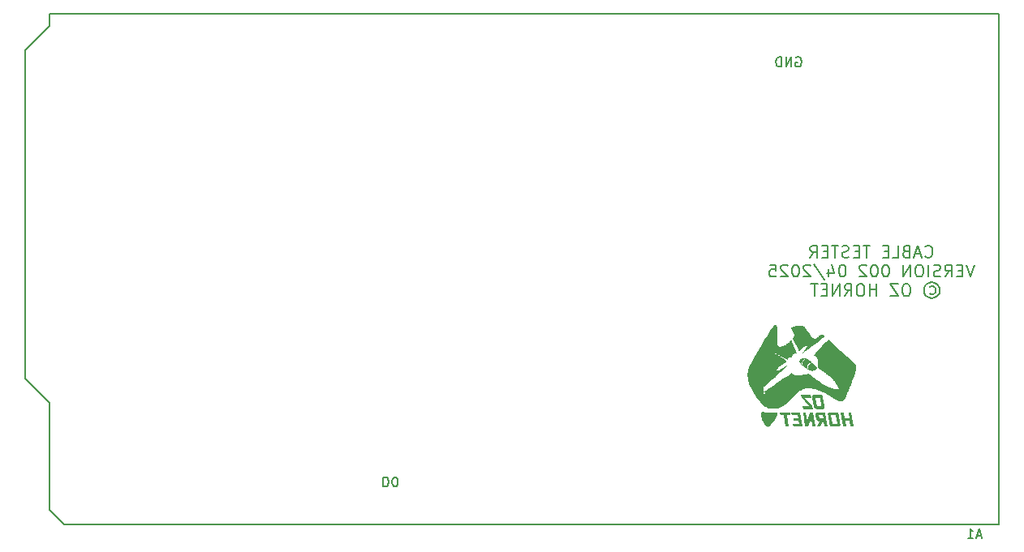
<source format=gbr>
%TF.GenerationSoftware,KiCad,Pcbnew,9.0.0*%
%TF.CreationDate,2025-04-11T05:48:34+10:00*%
%TF.ProjectId,Cable Tester,4361626c-6520-4546-9573-7465722e6b69,rev?*%
%TF.SameCoordinates,Original*%
%TF.FileFunction,Legend,Bot*%
%TF.FilePolarity,Positive*%
%FSLAX46Y46*%
G04 Gerber Fmt 4.6, Leading zero omitted, Abs format (unit mm)*
G04 Created by KiCad (PCBNEW 9.0.0) date 2025-04-11 05:48:34*
%MOMM*%
%LPD*%
G01*
G04 APERTURE LIST*
%ADD10C,0.200000*%
%ADD11C,0.000000*%
%ADD12C,0.150000*%
G04 APERTURE END LIST*
D10*
X132624999Y-71180286D02*
X132684523Y-71239810D01*
X132684523Y-71239810D02*
X132863094Y-71299333D01*
X132863094Y-71299333D02*
X132982142Y-71299333D01*
X132982142Y-71299333D02*
X133160713Y-71239810D01*
X133160713Y-71239810D02*
X133279761Y-71120762D01*
X133279761Y-71120762D02*
X133339284Y-71001714D01*
X133339284Y-71001714D02*
X133398808Y-70763619D01*
X133398808Y-70763619D02*
X133398808Y-70585048D01*
X133398808Y-70585048D02*
X133339284Y-70346952D01*
X133339284Y-70346952D02*
X133279761Y-70227905D01*
X133279761Y-70227905D02*
X133160713Y-70108857D01*
X133160713Y-70108857D02*
X132982142Y-70049333D01*
X132982142Y-70049333D02*
X132863094Y-70049333D01*
X132863094Y-70049333D02*
X132684523Y-70108857D01*
X132684523Y-70108857D02*
X132624999Y-70168381D01*
X132148808Y-70942190D02*
X131553570Y-70942190D01*
X132267856Y-71299333D02*
X131851189Y-70049333D01*
X131851189Y-70049333D02*
X131434523Y-71299333D01*
X130601189Y-70644571D02*
X130422617Y-70704095D01*
X130422617Y-70704095D02*
X130363094Y-70763619D01*
X130363094Y-70763619D02*
X130303570Y-70882667D01*
X130303570Y-70882667D02*
X130303570Y-71061238D01*
X130303570Y-71061238D02*
X130363094Y-71180286D01*
X130363094Y-71180286D02*
X130422617Y-71239810D01*
X130422617Y-71239810D02*
X130541665Y-71299333D01*
X130541665Y-71299333D02*
X131017855Y-71299333D01*
X131017855Y-71299333D02*
X131017855Y-70049333D01*
X131017855Y-70049333D02*
X130601189Y-70049333D01*
X130601189Y-70049333D02*
X130482141Y-70108857D01*
X130482141Y-70108857D02*
X130422617Y-70168381D01*
X130422617Y-70168381D02*
X130363094Y-70287429D01*
X130363094Y-70287429D02*
X130363094Y-70406476D01*
X130363094Y-70406476D02*
X130422617Y-70525524D01*
X130422617Y-70525524D02*
X130482141Y-70585048D01*
X130482141Y-70585048D02*
X130601189Y-70644571D01*
X130601189Y-70644571D02*
X131017855Y-70644571D01*
X129172617Y-71299333D02*
X129767855Y-71299333D01*
X129767855Y-71299333D02*
X129767855Y-70049333D01*
X128755950Y-70644571D02*
X128339284Y-70644571D01*
X128160712Y-71299333D02*
X128755950Y-71299333D01*
X128755950Y-71299333D02*
X128755950Y-70049333D01*
X128755950Y-70049333D02*
X128160712Y-70049333D01*
X126851189Y-70049333D02*
X126136903Y-70049333D01*
X126494046Y-71299333D02*
X126494046Y-70049333D01*
X125720236Y-70644571D02*
X125303570Y-70644571D01*
X125124998Y-71299333D02*
X125720236Y-71299333D01*
X125720236Y-71299333D02*
X125720236Y-70049333D01*
X125720236Y-70049333D02*
X125124998Y-70049333D01*
X124648808Y-71239810D02*
X124470237Y-71299333D01*
X124470237Y-71299333D02*
X124172618Y-71299333D01*
X124172618Y-71299333D02*
X124053570Y-71239810D01*
X124053570Y-71239810D02*
X123994046Y-71180286D01*
X123994046Y-71180286D02*
X123934523Y-71061238D01*
X123934523Y-71061238D02*
X123934523Y-70942190D01*
X123934523Y-70942190D02*
X123994046Y-70823143D01*
X123994046Y-70823143D02*
X124053570Y-70763619D01*
X124053570Y-70763619D02*
X124172618Y-70704095D01*
X124172618Y-70704095D02*
X124410713Y-70644571D01*
X124410713Y-70644571D02*
X124529761Y-70585048D01*
X124529761Y-70585048D02*
X124589284Y-70525524D01*
X124589284Y-70525524D02*
X124648808Y-70406476D01*
X124648808Y-70406476D02*
X124648808Y-70287429D01*
X124648808Y-70287429D02*
X124589284Y-70168381D01*
X124589284Y-70168381D02*
X124529761Y-70108857D01*
X124529761Y-70108857D02*
X124410713Y-70049333D01*
X124410713Y-70049333D02*
X124113094Y-70049333D01*
X124113094Y-70049333D02*
X123934523Y-70108857D01*
X123577380Y-70049333D02*
X122863094Y-70049333D01*
X123220237Y-71299333D02*
X123220237Y-70049333D01*
X122446427Y-70644571D02*
X122029761Y-70644571D01*
X121851189Y-71299333D02*
X122446427Y-71299333D01*
X122446427Y-71299333D02*
X122446427Y-70049333D01*
X122446427Y-70049333D02*
X121851189Y-70049333D01*
X120601190Y-71299333D02*
X121017856Y-70704095D01*
X121315475Y-71299333D02*
X121315475Y-70049333D01*
X121315475Y-70049333D02*
X120839285Y-70049333D01*
X120839285Y-70049333D02*
X120720237Y-70108857D01*
X120720237Y-70108857D02*
X120660714Y-70168381D01*
X120660714Y-70168381D02*
X120601190Y-70287429D01*
X120601190Y-70287429D02*
X120601190Y-70466000D01*
X120601190Y-70466000D02*
X120660714Y-70585048D01*
X120660714Y-70585048D02*
X120720237Y-70644571D01*
X120720237Y-70644571D02*
X120839285Y-70704095D01*
X120839285Y-70704095D02*
X121315475Y-70704095D01*
X137773808Y-72061763D02*
X137357141Y-73311763D01*
X137357141Y-73311763D02*
X136940475Y-72061763D01*
X136523807Y-72657001D02*
X136107141Y-72657001D01*
X135928569Y-73311763D02*
X136523807Y-73311763D01*
X136523807Y-73311763D02*
X136523807Y-72061763D01*
X136523807Y-72061763D02*
X135928569Y-72061763D01*
X134678570Y-73311763D02*
X135095236Y-72716525D01*
X135392855Y-73311763D02*
X135392855Y-72061763D01*
X135392855Y-72061763D02*
X134916665Y-72061763D01*
X134916665Y-72061763D02*
X134797617Y-72121287D01*
X134797617Y-72121287D02*
X134738094Y-72180811D01*
X134738094Y-72180811D02*
X134678570Y-72299859D01*
X134678570Y-72299859D02*
X134678570Y-72478430D01*
X134678570Y-72478430D02*
X134738094Y-72597478D01*
X134738094Y-72597478D02*
X134797617Y-72657001D01*
X134797617Y-72657001D02*
X134916665Y-72716525D01*
X134916665Y-72716525D02*
X135392855Y-72716525D01*
X134202379Y-73252240D02*
X134023808Y-73311763D01*
X134023808Y-73311763D02*
X133726189Y-73311763D01*
X133726189Y-73311763D02*
X133607141Y-73252240D01*
X133607141Y-73252240D02*
X133547617Y-73192716D01*
X133547617Y-73192716D02*
X133488094Y-73073668D01*
X133488094Y-73073668D02*
X133488094Y-72954620D01*
X133488094Y-72954620D02*
X133547617Y-72835573D01*
X133547617Y-72835573D02*
X133607141Y-72776049D01*
X133607141Y-72776049D02*
X133726189Y-72716525D01*
X133726189Y-72716525D02*
X133964284Y-72657001D01*
X133964284Y-72657001D02*
X134083332Y-72597478D01*
X134083332Y-72597478D02*
X134142855Y-72537954D01*
X134142855Y-72537954D02*
X134202379Y-72418906D01*
X134202379Y-72418906D02*
X134202379Y-72299859D01*
X134202379Y-72299859D02*
X134142855Y-72180811D01*
X134142855Y-72180811D02*
X134083332Y-72121287D01*
X134083332Y-72121287D02*
X133964284Y-72061763D01*
X133964284Y-72061763D02*
X133666665Y-72061763D01*
X133666665Y-72061763D02*
X133488094Y-72121287D01*
X132952379Y-73311763D02*
X132952379Y-72061763D01*
X132119046Y-72061763D02*
X131880951Y-72061763D01*
X131880951Y-72061763D02*
X131761903Y-72121287D01*
X131761903Y-72121287D02*
X131642856Y-72240335D01*
X131642856Y-72240335D02*
X131583332Y-72478430D01*
X131583332Y-72478430D02*
X131583332Y-72895097D01*
X131583332Y-72895097D02*
X131642856Y-73133192D01*
X131642856Y-73133192D02*
X131761903Y-73252240D01*
X131761903Y-73252240D02*
X131880951Y-73311763D01*
X131880951Y-73311763D02*
X132119046Y-73311763D01*
X132119046Y-73311763D02*
X132238094Y-73252240D01*
X132238094Y-73252240D02*
X132357141Y-73133192D01*
X132357141Y-73133192D02*
X132416665Y-72895097D01*
X132416665Y-72895097D02*
X132416665Y-72478430D01*
X132416665Y-72478430D02*
X132357141Y-72240335D01*
X132357141Y-72240335D02*
X132238094Y-72121287D01*
X132238094Y-72121287D02*
X132119046Y-72061763D01*
X131047617Y-73311763D02*
X131047617Y-72061763D01*
X131047617Y-72061763D02*
X130333332Y-73311763D01*
X130333332Y-73311763D02*
X130333332Y-72061763D01*
X128547617Y-72061763D02*
X128428570Y-72061763D01*
X128428570Y-72061763D02*
X128309522Y-72121287D01*
X128309522Y-72121287D02*
X128249998Y-72180811D01*
X128249998Y-72180811D02*
X128190474Y-72299859D01*
X128190474Y-72299859D02*
X128130951Y-72537954D01*
X128130951Y-72537954D02*
X128130951Y-72835573D01*
X128130951Y-72835573D02*
X128190474Y-73073668D01*
X128190474Y-73073668D02*
X128249998Y-73192716D01*
X128249998Y-73192716D02*
X128309522Y-73252240D01*
X128309522Y-73252240D02*
X128428570Y-73311763D01*
X128428570Y-73311763D02*
X128547617Y-73311763D01*
X128547617Y-73311763D02*
X128666665Y-73252240D01*
X128666665Y-73252240D02*
X128726189Y-73192716D01*
X128726189Y-73192716D02*
X128785712Y-73073668D01*
X128785712Y-73073668D02*
X128845236Y-72835573D01*
X128845236Y-72835573D02*
X128845236Y-72537954D01*
X128845236Y-72537954D02*
X128785712Y-72299859D01*
X128785712Y-72299859D02*
X128726189Y-72180811D01*
X128726189Y-72180811D02*
X128666665Y-72121287D01*
X128666665Y-72121287D02*
X128547617Y-72061763D01*
X127357141Y-72061763D02*
X127238094Y-72061763D01*
X127238094Y-72061763D02*
X127119046Y-72121287D01*
X127119046Y-72121287D02*
X127059522Y-72180811D01*
X127059522Y-72180811D02*
X126999998Y-72299859D01*
X126999998Y-72299859D02*
X126940475Y-72537954D01*
X126940475Y-72537954D02*
X126940475Y-72835573D01*
X126940475Y-72835573D02*
X126999998Y-73073668D01*
X126999998Y-73073668D02*
X127059522Y-73192716D01*
X127059522Y-73192716D02*
X127119046Y-73252240D01*
X127119046Y-73252240D02*
X127238094Y-73311763D01*
X127238094Y-73311763D02*
X127357141Y-73311763D01*
X127357141Y-73311763D02*
X127476189Y-73252240D01*
X127476189Y-73252240D02*
X127535713Y-73192716D01*
X127535713Y-73192716D02*
X127595236Y-73073668D01*
X127595236Y-73073668D02*
X127654760Y-72835573D01*
X127654760Y-72835573D02*
X127654760Y-72537954D01*
X127654760Y-72537954D02*
X127595236Y-72299859D01*
X127595236Y-72299859D02*
X127535713Y-72180811D01*
X127535713Y-72180811D02*
X127476189Y-72121287D01*
X127476189Y-72121287D02*
X127357141Y-72061763D01*
X126464284Y-72180811D02*
X126404760Y-72121287D01*
X126404760Y-72121287D02*
X126285713Y-72061763D01*
X126285713Y-72061763D02*
X125988094Y-72061763D01*
X125988094Y-72061763D02*
X125869046Y-72121287D01*
X125869046Y-72121287D02*
X125809522Y-72180811D01*
X125809522Y-72180811D02*
X125749999Y-72299859D01*
X125749999Y-72299859D02*
X125749999Y-72418906D01*
X125749999Y-72418906D02*
X125809522Y-72597478D01*
X125809522Y-72597478D02*
X126523808Y-73311763D01*
X126523808Y-73311763D02*
X125749999Y-73311763D01*
X124023808Y-72061763D02*
X123904761Y-72061763D01*
X123904761Y-72061763D02*
X123785713Y-72121287D01*
X123785713Y-72121287D02*
X123726189Y-72180811D01*
X123726189Y-72180811D02*
X123666665Y-72299859D01*
X123666665Y-72299859D02*
X123607142Y-72537954D01*
X123607142Y-72537954D02*
X123607142Y-72835573D01*
X123607142Y-72835573D02*
X123666665Y-73073668D01*
X123666665Y-73073668D02*
X123726189Y-73192716D01*
X123726189Y-73192716D02*
X123785713Y-73252240D01*
X123785713Y-73252240D02*
X123904761Y-73311763D01*
X123904761Y-73311763D02*
X124023808Y-73311763D01*
X124023808Y-73311763D02*
X124142856Y-73252240D01*
X124142856Y-73252240D02*
X124202380Y-73192716D01*
X124202380Y-73192716D02*
X124261903Y-73073668D01*
X124261903Y-73073668D02*
X124321427Y-72835573D01*
X124321427Y-72835573D02*
X124321427Y-72537954D01*
X124321427Y-72537954D02*
X124261903Y-72299859D01*
X124261903Y-72299859D02*
X124202380Y-72180811D01*
X124202380Y-72180811D02*
X124142856Y-72121287D01*
X124142856Y-72121287D02*
X124023808Y-72061763D01*
X122535713Y-72478430D02*
X122535713Y-73311763D01*
X122833332Y-72002240D02*
X123130951Y-72895097D01*
X123130951Y-72895097D02*
X122357142Y-72895097D01*
X120988094Y-72002240D02*
X122059523Y-73609382D01*
X120630951Y-72180811D02*
X120571427Y-72121287D01*
X120571427Y-72121287D02*
X120452380Y-72061763D01*
X120452380Y-72061763D02*
X120154761Y-72061763D01*
X120154761Y-72061763D02*
X120035713Y-72121287D01*
X120035713Y-72121287D02*
X119976189Y-72180811D01*
X119976189Y-72180811D02*
X119916666Y-72299859D01*
X119916666Y-72299859D02*
X119916666Y-72418906D01*
X119916666Y-72418906D02*
X119976189Y-72597478D01*
X119976189Y-72597478D02*
X120690475Y-73311763D01*
X120690475Y-73311763D02*
X119916666Y-73311763D01*
X119142856Y-72061763D02*
X119023809Y-72061763D01*
X119023809Y-72061763D02*
X118904761Y-72121287D01*
X118904761Y-72121287D02*
X118845237Y-72180811D01*
X118845237Y-72180811D02*
X118785713Y-72299859D01*
X118785713Y-72299859D02*
X118726190Y-72537954D01*
X118726190Y-72537954D02*
X118726190Y-72835573D01*
X118726190Y-72835573D02*
X118785713Y-73073668D01*
X118785713Y-73073668D02*
X118845237Y-73192716D01*
X118845237Y-73192716D02*
X118904761Y-73252240D01*
X118904761Y-73252240D02*
X119023809Y-73311763D01*
X119023809Y-73311763D02*
X119142856Y-73311763D01*
X119142856Y-73311763D02*
X119261904Y-73252240D01*
X119261904Y-73252240D02*
X119321428Y-73192716D01*
X119321428Y-73192716D02*
X119380951Y-73073668D01*
X119380951Y-73073668D02*
X119440475Y-72835573D01*
X119440475Y-72835573D02*
X119440475Y-72537954D01*
X119440475Y-72537954D02*
X119380951Y-72299859D01*
X119380951Y-72299859D02*
X119321428Y-72180811D01*
X119321428Y-72180811D02*
X119261904Y-72121287D01*
X119261904Y-72121287D02*
X119142856Y-72061763D01*
X118249999Y-72180811D02*
X118190475Y-72121287D01*
X118190475Y-72121287D02*
X118071428Y-72061763D01*
X118071428Y-72061763D02*
X117773809Y-72061763D01*
X117773809Y-72061763D02*
X117654761Y-72121287D01*
X117654761Y-72121287D02*
X117595237Y-72180811D01*
X117595237Y-72180811D02*
X117535714Y-72299859D01*
X117535714Y-72299859D02*
X117535714Y-72418906D01*
X117535714Y-72418906D02*
X117595237Y-72597478D01*
X117595237Y-72597478D02*
X118309523Y-73311763D01*
X118309523Y-73311763D02*
X117535714Y-73311763D01*
X116404761Y-72061763D02*
X116999999Y-72061763D01*
X116999999Y-72061763D02*
X117059523Y-72657001D01*
X117059523Y-72657001D02*
X116999999Y-72597478D01*
X116999999Y-72597478D02*
X116880952Y-72537954D01*
X116880952Y-72537954D02*
X116583333Y-72537954D01*
X116583333Y-72537954D02*
X116464285Y-72597478D01*
X116464285Y-72597478D02*
X116404761Y-72657001D01*
X116404761Y-72657001D02*
X116345238Y-72776049D01*
X116345238Y-72776049D02*
X116345238Y-73073668D01*
X116345238Y-73073668D02*
X116404761Y-73192716D01*
X116404761Y-73192716D02*
X116464285Y-73252240D01*
X116464285Y-73252240D02*
X116583333Y-73311763D01*
X116583333Y-73311763D02*
X116880952Y-73311763D01*
X116880952Y-73311763D02*
X116999999Y-73252240D01*
X116999999Y-73252240D02*
X117059523Y-73192716D01*
X133071428Y-74371812D02*
X133190475Y-74312289D01*
X133190475Y-74312289D02*
X133428571Y-74312289D01*
X133428571Y-74312289D02*
X133547618Y-74371812D01*
X133547618Y-74371812D02*
X133666666Y-74490860D01*
X133666666Y-74490860D02*
X133726190Y-74609908D01*
X133726190Y-74609908D02*
X133726190Y-74848003D01*
X133726190Y-74848003D02*
X133666666Y-74967050D01*
X133666666Y-74967050D02*
X133547618Y-75086098D01*
X133547618Y-75086098D02*
X133428571Y-75145622D01*
X133428571Y-75145622D02*
X133190475Y-75145622D01*
X133190475Y-75145622D02*
X133071428Y-75086098D01*
X133309523Y-73895622D02*
X133607142Y-73955146D01*
X133607142Y-73955146D02*
X133904761Y-74133717D01*
X133904761Y-74133717D02*
X134083332Y-74431336D01*
X134083332Y-74431336D02*
X134142856Y-74728955D01*
X134142856Y-74728955D02*
X134083332Y-75026574D01*
X134083332Y-75026574D02*
X133904761Y-75324193D01*
X133904761Y-75324193D02*
X133607142Y-75502765D01*
X133607142Y-75502765D02*
X133309523Y-75562289D01*
X133309523Y-75562289D02*
X133011904Y-75502765D01*
X133011904Y-75502765D02*
X132714285Y-75324193D01*
X132714285Y-75324193D02*
X132535713Y-75026574D01*
X132535713Y-75026574D02*
X132476190Y-74728955D01*
X132476190Y-74728955D02*
X132535713Y-74431336D01*
X132535713Y-74431336D02*
X132714285Y-74133717D01*
X132714285Y-74133717D02*
X133011904Y-73955146D01*
X133011904Y-73955146D02*
X133309523Y-73895622D01*
X130749999Y-74074193D02*
X130511904Y-74074193D01*
X130511904Y-74074193D02*
X130392856Y-74133717D01*
X130392856Y-74133717D02*
X130273809Y-74252765D01*
X130273809Y-74252765D02*
X130214285Y-74490860D01*
X130214285Y-74490860D02*
X130214285Y-74907527D01*
X130214285Y-74907527D02*
X130273809Y-75145622D01*
X130273809Y-75145622D02*
X130392856Y-75264670D01*
X130392856Y-75264670D02*
X130511904Y-75324193D01*
X130511904Y-75324193D02*
X130749999Y-75324193D01*
X130749999Y-75324193D02*
X130869047Y-75264670D01*
X130869047Y-75264670D02*
X130988094Y-75145622D01*
X130988094Y-75145622D02*
X131047618Y-74907527D01*
X131047618Y-74907527D02*
X131047618Y-74490860D01*
X131047618Y-74490860D02*
X130988094Y-74252765D01*
X130988094Y-74252765D02*
X130869047Y-74133717D01*
X130869047Y-74133717D02*
X130749999Y-74074193D01*
X129797618Y-74074193D02*
X128964285Y-74074193D01*
X128964285Y-74074193D02*
X129797618Y-75324193D01*
X129797618Y-75324193D02*
X128964285Y-75324193D01*
X127535713Y-75324193D02*
X127535713Y-74074193D01*
X127535713Y-74669431D02*
X126821428Y-74669431D01*
X126821428Y-75324193D02*
X126821428Y-74074193D01*
X125988094Y-74074193D02*
X125749999Y-74074193D01*
X125749999Y-74074193D02*
X125630951Y-74133717D01*
X125630951Y-74133717D02*
X125511904Y-74252765D01*
X125511904Y-74252765D02*
X125452380Y-74490860D01*
X125452380Y-74490860D02*
X125452380Y-74907527D01*
X125452380Y-74907527D02*
X125511904Y-75145622D01*
X125511904Y-75145622D02*
X125630951Y-75264670D01*
X125630951Y-75264670D02*
X125749999Y-75324193D01*
X125749999Y-75324193D02*
X125988094Y-75324193D01*
X125988094Y-75324193D02*
X126107142Y-75264670D01*
X126107142Y-75264670D02*
X126226189Y-75145622D01*
X126226189Y-75145622D02*
X126285713Y-74907527D01*
X126285713Y-74907527D02*
X126285713Y-74490860D01*
X126285713Y-74490860D02*
X126226189Y-74252765D01*
X126226189Y-74252765D02*
X126107142Y-74133717D01*
X126107142Y-74133717D02*
X125988094Y-74074193D01*
X124202380Y-75324193D02*
X124619046Y-74728955D01*
X124916665Y-75324193D02*
X124916665Y-74074193D01*
X124916665Y-74074193D02*
X124440475Y-74074193D01*
X124440475Y-74074193D02*
X124321427Y-74133717D01*
X124321427Y-74133717D02*
X124261904Y-74193241D01*
X124261904Y-74193241D02*
X124202380Y-74312289D01*
X124202380Y-74312289D02*
X124202380Y-74490860D01*
X124202380Y-74490860D02*
X124261904Y-74609908D01*
X124261904Y-74609908D02*
X124321427Y-74669431D01*
X124321427Y-74669431D02*
X124440475Y-74728955D01*
X124440475Y-74728955D02*
X124916665Y-74728955D01*
X123666665Y-75324193D02*
X123666665Y-74074193D01*
X123666665Y-74074193D02*
X122952380Y-75324193D01*
X122952380Y-75324193D02*
X122952380Y-74074193D01*
X122357141Y-74669431D02*
X121940475Y-74669431D01*
X121761903Y-75324193D02*
X122357141Y-75324193D01*
X122357141Y-75324193D02*
X122357141Y-74074193D01*
X122357141Y-74074193D02*
X121761903Y-74074193D01*
X121404761Y-74074193D02*
X120690475Y-74074193D01*
X121047618Y-75324193D02*
X121047618Y-74074193D01*
D11*
G36*
X117015962Y-78329237D02*
G01*
X117048122Y-78341713D01*
X117076554Y-78363294D01*
X117101456Y-78393286D01*
X117123027Y-78430998D01*
X117141463Y-78475735D01*
X117156965Y-78526804D01*
X117169729Y-78583513D01*
X117179955Y-78645167D01*
X117193583Y-78780542D01*
X117199434Y-78927382D01*
X117199095Y-79080143D01*
X117186191Y-79381245D01*
X117155879Y-79810498D01*
X117152397Y-79882147D01*
X117151286Y-79954270D01*
X117152563Y-80026648D01*
X117156243Y-80099059D01*
X117162341Y-80171285D01*
X117170874Y-80243104D01*
X117181855Y-80314298D01*
X117195302Y-80384644D01*
X117199243Y-80401521D01*
X117203814Y-80417774D01*
X117209003Y-80433403D01*
X117214797Y-80448407D01*
X117221182Y-80462788D01*
X117228146Y-80476545D01*
X117235675Y-80489679D01*
X117243758Y-80502189D01*
X117252380Y-80514077D01*
X117261529Y-80525343D01*
X117271193Y-80535985D01*
X117281357Y-80546006D01*
X117292009Y-80555405D01*
X117303137Y-80564183D01*
X117314727Y-80572339D01*
X117326767Y-80579873D01*
X117339242Y-80586787D01*
X117352142Y-80593081D01*
X117365451Y-80598754D01*
X117379159Y-80603806D01*
X117393251Y-80608239D01*
X117407715Y-80612052D01*
X117422537Y-80615246D01*
X117437706Y-80617821D01*
X117453207Y-80619776D01*
X117469028Y-80621113D01*
X117485157Y-80621831D01*
X117501579Y-80621931D01*
X117518283Y-80621414D01*
X117535255Y-80620278D01*
X117552482Y-80618525D01*
X117569952Y-80616155D01*
X117645082Y-80596773D01*
X117719695Y-80572389D01*
X117793695Y-80543340D01*
X117866988Y-80509962D01*
X117939478Y-80472591D01*
X118011069Y-80431566D01*
X118081667Y-80387222D01*
X118151176Y-80339896D01*
X118219500Y-80289926D01*
X118286544Y-80237648D01*
X118352213Y-80183398D01*
X118416412Y-80127515D01*
X118479045Y-80070333D01*
X118540017Y-80012191D01*
X118656596Y-79894371D01*
X119177296Y-81295869D01*
X119166282Y-81298581D01*
X119161036Y-81299813D01*
X119158445Y-81300376D01*
X119155864Y-81300896D01*
X119119232Y-81307486D01*
X119082823Y-81314770D01*
X119046736Y-81323072D01*
X119028845Y-81327704D01*
X119011071Y-81332712D01*
X118993428Y-81338136D01*
X118975927Y-81344015D01*
X118958581Y-81350390D01*
X118941403Y-81357302D01*
X118924404Y-81364791D01*
X118907598Y-81372896D01*
X118890996Y-81381659D01*
X118874612Y-81391119D01*
X118865449Y-81396823D01*
X118856522Y-81402732D01*
X118847845Y-81408859D01*
X118839431Y-81415217D01*
X118831292Y-81421818D01*
X118823443Y-81428675D01*
X118815896Y-81435801D01*
X118808665Y-81443209D01*
X118801762Y-81450911D01*
X118795201Y-81458921D01*
X118788995Y-81467251D01*
X118783157Y-81475914D01*
X118777701Y-81484923D01*
X118772639Y-81494290D01*
X118767985Y-81504028D01*
X118763751Y-81514150D01*
X118760340Y-81523495D01*
X118757342Y-81532875D01*
X118754751Y-81542289D01*
X118752560Y-81551734D01*
X118750762Y-81561208D01*
X118749348Y-81570710D01*
X118748311Y-81580237D01*
X118747645Y-81589788D01*
X118747341Y-81599361D01*
X118747393Y-81608953D01*
X118747793Y-81618564D01*
X118748534Y-81628190D01*
X118749608Y-81637830D01*
X118751008Y-81647482D01*
X118752726Y-81657144D01*
X118754756Y-81666815D01*
X118756010Y-81673004D01*
X118756496Y-81675977D01*
X118756852Y-81678870D01*
X118757051Y-81681682D01*
X118757067Y-81684414D01*
X118756873Y-81687065D01*
X118756689Y-81688360D01*
X118756443Y-81689635D01*
X118756130Y-81690890D01*
X118755748Y-81692125D01*
X118755294Y-81693340D01*
X118754764Y-81694534D01*
X118754154Y-81695709D01*
X118753462Y-81696863D01*
X118752684Y-81697997D01*
X118751817Y-81699111D01*
X118750857Y-81700204D01*
X118749801Y-81701278D01*
X118748645Y-81702331D01*
X118747387Y-81703365D01*
X118746023Y-81704378D01*
X118744550Y-81705371D01*
X118742964Y-81706344D01*
X118741262Y-81707296D01*
X118738823Y-81708760D01*
X118736461Y-81710361D01*
X118734164Y-81712081D01*
X118731923Y-81713903D01*
X118729727Y-81715808D01*
X118727565Y-81717779D01*
X118723304Y-81721848D01*
X118719054Y-81725967D01*
X118716908Y-81728000D01*
X118714734Y-81729993D01*
X118712521Y-81731926D01*
X118710258Y-81733783D01*
X118707936Y-81735545D01*
X118705544Y-81737194D01*
X118703868Y-81738222D01*
X118702119Y-81739219D01*
X118700308Y-81740177D01*
X118698441Y-81741089D01*
X118696528Y-81741948D01*
X118694577Y-81742747D01*
X118692596Y-81743480D01*
X118690594Y-81744140D01*
X118688580Y-81744718D01*
X118686563Y-81745209D01*
X118684549Y-81745606D01*
X118682549Y-81745901D01*
X118680571Y-81746087D01*
X118678623Y-81746158D01*
X118676714Y-81746107D01*
X118674851Y-81745926D01*
X118655040Y-81743175D01*
X118635271Y-81740737D01*
X118615516Y-81738703D01*
X118595741Y-81737161D01*
X118575917Y-81736202D01*
X118556013Y-81735917D01*
X118535996Y-81736394D01*
X118525937Y-81736946D01*
X118515837Y-81737723D01*
X118495575Y-81740152D01*
X118476079Y-81743672D01*
X118457371Y-81748288D01*
X118439472Y-81754008D01*
X118422404Y-81760835D01*
X118406188Y-81768777D01*
X118390847Y-81777839D01*
X118376402Y-81788027D01*
X118362874Y-81799347D01*
X118350286Y-81811804D01*
X118338660Y-81825404D01*
X118328016Y-81840154D01*
X118318377Y-81856059D01*
X118309764Y-81873124D01*
X118302199Y-81891356D01*
X118295703Y-81910761D01*
X118292317Y-81922842D01*
X118289246Y-81935077D01*
X118286411Y-81947475D01*
X118283731Y-81960039D01*
X118278514Y-81985696D01*
X118272950Y-82012096D01*
X116879389Y-81194269D01*
X116875685Y-81199296D01*
X116880695Y-81205253D01*
X116885443Y-81211390D01*
X116889984Y-81217671D01*
X116894371Y-81224060D01*
X116911470Y-81249964D01*
X116915903Y-81256345D01*
X116920509Y-81262615D01*
X116925341Y-81268738D01*
X116930453Y-81274678D01*
X116935901Y-81280397D01*
X116941737Y-81285859D01*
X116948017Y-81291029D01*
X116951340Y-81293492D01*
X116954795Y-81295869D01*
X117058272Y-81365124D01*
X117161302Y-81434974D01*
X117367015Y-81575269D01*
X117790084Y-81862342D01*
X118189604Y-82132746D01*
X118190935Y-82133654D01*
X118192251Y-82134592D01*
X118194851Y-82136549D01*
X118197432Y-82138606D01*
X118200023Y-82140750D01*
X118205343Y-82145248D01*
X118208129Y-82147577D01*
X118211036Y-82149944D01*
X117963651Y-82320071D01*
X117700787Y-82500550D01*
X117438717Y-82682021D01*
X117416725Y-82696866D01*
X117394395Y-82711290D01*
X117372010Y-82725664D01*
X117349850Y-82740361D01*
X117338944Y-82747947D01*
X117328199Y-82755753D01*
X117317653Y-82763825D01*
X117307339Y-82772210D01*
X117297294Y-82780956D01*
X117287552Y-82790107D01*
X117278149Y-82799711D01*
X117269119Y-82809814D01*
X117103226Y-83001637D01*
X117102815Y-83002128D01*
X117102426Y-83002658D01*
X117102058Y-83003223D01*
X117101712Y-83003821D01*
X117101083Y-83005110D01*
X117100538Y-83006507D01*
X117100078Y-83007994D01*
X117099700Y-83009553D01*
X117099405Y-83011166D01*
X117099191Y-83012816D01*
X117099057Y-83014484D01*
X117099003Y-83016153D01*
X117099029Y-83017805D01*
X117099133Y-83019422D01*
X117099314Y-83020986D01*
X117099572Y-83022480D01*
X117099906Y-83023886D01*
X117100315Y-83025185D01*
X117111296Y-83052479D01*
X117122673Y-83079623D01*
X117145824Y-83133664D01*
X117159053Y-83163298D01*
X118231938Y-82611377D01*
X118231991Y-82611761D01*
X118232048Y-82612121D01*
X118232170Y-82612770D01*
X118232292Y-82613325D01*
X118232401Y-82613791D01*
X118232486Y-82614170D01*
X118232515Y-82614328D01*
X118232533Y-82614465D01*
X118232539Y-82614582D01*
X118232531Y-82614679D01*
X118232508Y-82614757D01*
X118232467Y-82614816D01*
X117981906Y-82842358D01*
X117913611Y-82904635D01*
X117845117Y-82966712D01*
X117635037Y-83156154D01*
X117499571Y-83278921D01*
X117292932Y-83465187D01*
X117269003Y-83486904D01*
X117245174Y-83508744D01*
X117197417Y-83552500D01*
X116992365Y-83737444D01*
X116893675Y-83827667D01*
X116691533Y-84009700D01*
X116549981Y-84138817D01*
X116341754Y-84326671D01*
X116201525Y-84454201D01*
X116011025Y-84624857D01*
X115858096Y-84764821D01*
X115847108Y-84774842D01*
X115844269Y-84777227D01*
X115841362Y-84779462D01*
X115838370Y-84781495D01*
X115836837Y-84782420D01*
X115835276Y-84783276D01*
X115833686Y-84784055D01*
X115832064Y-84784752D01*
X115830409Y-84785361D01*
X115828718Y-84785874D01*
X115826990Y-84786286D01*
X115825222Y-84786589D01*
X115823412Y-84786779D01*
X115821559Y-84786848D01*
X115819660Y-84786789D01*
X115817713Y-84786597D01*
X115815716Y-84786265D01*
X115813668Y-84785787D01*
X115811565Y-84785156D01*
X115809407Y-84784366D01*
X115807191Y-84783411D01*
X115804914Y-84782283D01*
X115804359Y-84782001D01*
X115803787Y-84781749D01*
X115803198Y-84781525D01*
X115802592Y-84781328D01*
X115801337Y-84781012D01*
X115800028Y-84780791D01*
X115798673Y-84780656D01*
X115797278Y-84780596D01*
X115795850Y-84780601D01*
X115794397Y-84780663D01*
X115792926Y-84780772D01*
X115791442Y-84780917D01*
X115788469Y-84781280D01*
X115785533Y-84781673D01*
X115782689Y-84782019D01*
X115778121Y-84782662D01*
X115773754Y-84783587D01*
X115769603Y-84784779D01*
X115765682Y-84786224D01*
X115762005Y-84787906D01*
X115758589Y-84789810D01*
X115755446Y-84791921D01*
X115752593Y-84794223D01*
X115751280Y-84795442D01*
X115750044Y-84796703D01*
X115748888Y-84798004D01*
X115747813Y-84799344D01*
X115746822Y-84800720D01*
X115745916Y-84802132D01*
X115745097Y-84803576D01*
X115744366Y-84805051D01*
X115743727Y-84806555D01*
X115743180Y-84808086D01*
X115742727Y-84809642D01*
X115742370Y-84811222D01*
X115742112Y-84812824D01*
X115741954Y-84814445D01*
X115741897Y-84816083D01*
X115741944Y-84817738D01*
X115748095Y-84906506D01*
X115751096Y-84950865D01*
X115753850Y-84995274D01*
X115760101Y-85113146D01*
X115765756Y-85231018D01*
X115774488Y-85440303D01*
X115775595Y-85461958D01*
X115776310Y-85472776D01*
X115777199Y-85483563D01*
X115778311Y-85494300D01*
X115779696Y-85504969D01*
X115781404Y-85515551D01*
X115783483Y-85526028D01*
X115785805Y-85535868D01*
X115788415Y-85545715D01*
X115791329Y-85555524D01*
X115794562Y-85565252D01*
X115798131Y-85574857D01*
X115802049Y-85584294D01*
X115804145Y-85588937D01*
X115806334Y-85593521D01*
X115808619Y-85598041D01*
X115811000Y-85602493D01*
X115812552Y-85605206D01*
X115814129Y-85607739D01*
X115815729Y-85610093D01*
X115817350Y-85612267D01*
X115818989Y-85614262D01*
X115820644Y-85616077D01*
X115822313Y-85617713D01*
X115823994Y-85619170D01*
X115825683Y-85620448D01*
X115827379Y-85621547D01*
X115829079Y-85622467D01*
X115830780Y-85623208D01*
X115832482Y-85623771D01*
X115834180Y-85624155D01*
X115835873Y-85624360D01*
X115837558Y-85624387D01*
X115839233Y-85624236D01*
X115840896Y-85623907D01*
X115842543Y-85623399D01*
X115844174Y-85622714D01*
X115845785Y-85621851D01*
X115847374Y-85620810D01*
X115848939Y-85619591D01*
X115850477Y-85618194D01*
X115851986Y-85616620D01*
X115853464Y-85614869D01*
X115854907Y-85612940D01*
X115856315Y-85610834D01*
X115857684Y-85608551D01*
X115859012Y-85606091D01*
X115860297Y-85603454D01*
X115861536Y-85600641D01*
X115865186Y-85591495D01*
X115868564Y-85582145D01*
X115871619Y-85572633D01*
X115873010Y-85567830D01*
X115874302Y-85563003D01*
X115875488Y-85558158D01*
X115876563Y-85553300D01*
X115877520Y-85548433D01*
X115878353Y-85543565D01*
X115879056Y-85538699D01*
X115879622Y-85533842D01*
X115880046Y-85528999D01*
X115880321Y-85524176D01*
X115880867Y-85507683D01*
X115880970Y-85491152D01*
X115880707Y-85474597D01*
X115880155Y-85458030D01*
X115878497Y-85424908D01*
X115876616Y-85391884D01*
X115875993Y-85382260D01*
X115875153Y-85372636D01*
X115874152Y-85363011D01*
X115873045Y-85353387D01*
X115870738Y-85334138D01*
X115869650Y-85324514D01*
X115868679Y-85314890D01*
X115868336Y-85310781D01*
X115868119Y-85306788D01*
X115868052Y-85302908D01*
X115868163Y-85299139D01*
X115868476Y-85295479D01*
X115869019Y-85291924D01*
X115869817Y-85288474D01*
X115870895Y-85285125D01*
X115871548Y-85283487D01*
X115872281Y-85281875D01*
X115873097Y-85280286D01*
X115873999Y-85278722D01*
X115874992Y-85277181D01*
X115876077Y-85275663D01*
X115877258Y-85274169D01*
X115878539Y-85272697D01*
X115879923Y-85271248D01*
X115881412Y-85269821D01*
X115883011Y-85268416D01*
X115884722Y-85267032D01*
X115886549Y-85265670D01*
X115888495Y-85264329D01*
X115890563Y-85263008D01*
X115892756Y-85261708D01*
X115910388Y-85251256D01*
X115927797Y-85240397D01*
X115945032Y-85229222D01*
X115962143Y-85217821D01*
X115996192Y-85194699D01*
X116030340Y-85171750D01*
X116370330Y-84948178D01*
X116903994Y-84598134D01*
X116906305Y-84596597D01*
X116908469Y-84595056D01*
X116910474Y-84593499D01*
X116912308Y-84591916D01*
X116913158Y-84591111D01*
X116913961Y-84590296D01*
X116914716Y-84589468D01*
X116915422Y-84588628D01*
X116916076Y-84587772D01*
X116916678Y-84586900D01*
X116917227Y-84586011D01*
X116917720Y-84585103D01*
X116918156Y-84584175D01*
X116918535Y-84583226D01*
X116918854Y-84582253D01*
X116919112Y-84581256D01*
X116919309Y-84580234D01*
X116919441Y-84579185D01*
X116919509Y-84578108D01*
X116919510Y-84577000D01*
X116919443Y-84575862D01*
X116919307Y-84574692D01*
X116919100Y-84573488D01*
X116918822Y-84572248D01*
X116918470Y-84570973D01*
X116918043Y-84569659D01*
X116917540Y-84568306D01*
X116916959Y-84566913D01*
X116916147Y-84564956D01*
X116915446Y-84563051D01*
X116914854Y-84561198D01*
X116914369Y-84559394D01*
X116913988Y-84557638D01*
X116913710Y-84555930D01*
X116913532Y-84554266D01*
X116913453Y-84552646D01*
X116913470Y-84551069D01*
X116913580Y-84549532D01*
X116913783Y-84548035D01*
X116914075Y-84546575D01*
X116914455Y-84545152D01*
X116914920Y-84543763D01*
X116915469Y-84542407D01*
X116916099Y-84541083D01*
X116916808Y-84539790D01*
X116917594Y-84538525D01*
X116918454Y-84537287D01*
X116919388Y-84536075D01*
X116920391Y-84534888D01*
X116921464Y-84533723D01*
X116923805Y-84531455D01*
X116926394Y-84529260D01*
X116929215Y-84527126D01*
X116932249Y-84525041D01*
X116935480Y-84522992D01*
X116949137Y-84514477D01*
X116962732Y-84505819D01*
X116989786Y-84488200D01*
X117043695Y-84452613D01*
X117419667Y-84206815D01*
X117780294Y-83970013D01*
X118269245Y-83649339D01*
X118683583Y-83376818D01*
X118684681Y-83376106D01*
X118685746Y-83375458D01*
X118686778Y-83374874D01*
X118687778Y-83374351D01*
X118688750Y-83373889D01*
X118689694Y-83373487D01*
X118690611Y-83373143D01*
X118691503Y-83372857D01*
X118692372Y-83372628D01*
X118693220Y-83372454D01*
X118694047Y-83372335D01*
X118694856Y-83372269D01*
X118695648Y-83372256D01*
X118696424Y-83372293D01*
X118697186Y-83372381D01*
X118697936Y-83372518D01*
X118698675Y-83372703D01*
X118699404Y-83372935D01*
X118700126Y-83373213D01*
X118700842Y-83373536D01*
X118701553Y-83373903D01*
X118702261Y-83374312D01*
X118703674Y-83375255D01*
X118705093Y-83376356D01*
X118706530Y-83377606D01*
X118707999Y-83378998D01*
X118709511Y-83380522D01*
X118735403Y-83406860D01*
X118761469Y-83433075D01*
X118787683Y-83459140D01*
X118814022Y-83485032D01*
X118815482Y-83486461D01*
X118816983Y-83487870D01*
X118818522Y-83489256D01*
X118820099Y-83490617D01*
X118821709Y-83491953D01*
X118823351Y-83493259D01*
X118825023Y-83494536D01*
X118826721Y-83495781D01*
X118828445Y-83496991D01*
X118830191Y-83498166D01*
X118831957Y-83499302D01*
X118833741Y-83500399D01*
X118835541Y-83501453D01*
X118837353Y-83502464D01*
X118839177Y-83503429D01*
X118841009Y-83504347D01*
X118860501Y-83513383D01*
X118880175Y-83521665D01*
X118900021Y-83529235D01*
X118920029Y-83536134D01*
X118940189Y-83542402D01*
X118960490Y-83548079D01*
X118980924Y-83553207D01*
X119001479Y-83557826D01*
X119022146Y-83561976D01*
X119042914Y-83565699D01*
X119084715Y-83572026D01*
X119126802Y-83577131D01*
X119169092Y-83581340D01*
X119182113Y-83582402D01*
X119195170Y-83583234D01*
X119208253Y-83583880D01*
X119221347Y-83584383D01*
X119273603Y-83585838D01*
X119348347Y-83588716D01*
X119367049Y-83589241D01*
X119385745Y-83589522D01*
X119404428Y-83589474D01*
X119423092Y-83589013D01*
X119487539Y-83585966D01*
X119551911Y-83582101D01*
X119616234Y-83577591D01*
X119680532Y-83572609D01*
X119714692Y-83569666D01*
X119731770Y-83567996D01*
X119748827Y-83566127D01*
X119765847Y-83564010D01*
X119782814Y-83561596D01*
X119799712Y-83558834D01*
X119816527Y-83555676D01*
X120119310Y-83495153D01*
X120421894Y-83433439D01*
X120424444Y-83432923D01*
X120426937Y-83432473D01*
X120429378Y-83432100D01*
X120431775Y-83431814D01*
X120434130Y-83431626D01*
X120436451Y-83431546D01*
X120438743Y-83431584D01*
X120441010Y-83431752D01*
X120443259Y-83432059D01*
X120445495Y-83432516D01*
X120447723Y-83433134D01*
X120449948Y-83433922D01*
X120452177Y-83434892D01*
X120454414Y-83436054D01*
X120456665Y-83437418D01*
X120458936Y-83438995D01*
X120591260Y-83536428D01*
X120723783Y-83633464D01*
X121028583Y-83856508D01*
X121359048Y-84097014D01*
X121546836Y-84235292D01*
X121641152Y-84303773D01*
X121688697Y-84337448D01*
X121736609Y-84370593D01*
X121832479Y-84435122D01*
X121929291Y-84498288D01*
X121978098Y-84529242D01*
X122027196Y-84559716D01*
X122076603Y-84589663D01*
X122126340Y-84619037D01*
X122167345Y-84642499D01*
X122208766Y-84665302D01*
X122250546Y-84687502D01*
X122292631Y-84709160D01*
X122334963Y-84730335D01*
X122377487Y-84751084D01*
X122462890Y-84791546D01*
X122498729Y-84807970D01*
X122534794Y-84823920D01*
X122571065Y-84839417D01*
X122607518Y-84854483D01*
X122644132Y-84869140D01*
X122680886Y-84883409D01*
X122754725Y-84910872D01*
X122809668Y-84930136D01*
X122864965Y-84948199D01*
X122920622Y-84965004D01*
X122976644Y-84980491D01*
X123033039Y-84994601D01*
X123089812Y-85007276D01*
X123146969Y-85018456D01*
X123204517Y-85028083D01*
X123232135Y-85032161D01*
X123259815Y-85035904D01*
X123315311Y-85042634D01*
X123426502Y-85054805D01*
X123450162Y-85057385D01*
X123473896Y-85059568D01*
X123497679Y-85061354D01*
X123521487Y-85062743D01*
X123531714Y-85063134D01*
X123541984Y-85063342D01*
X123562829Y-85063371D01*
X123606948Y-85063007D01*
X123597158Y-85025668D01*
X123592437Y-85008276D01*
X123589968Y-84999758D01*
X123587369Y-84991305D01*
X123565333Y-84925912D01*
X123540959Y-84861659D01*
X123514341Y-84798498D01*
X123485570Y-84736379D01*
X123454741Y-84675252D01*
X123421946Y-84615067D01*
X123387279Y-84555776D01*
X123350831Y-84497328D01*
X123305575Y-84429370D01*
X123258405Y-84362940D01*
X123209468Y-84297931D01*
X123158909Y-84234233D01*
X123106875Y-84171738D01*
X123053510Y-84110338D01*
X122998961Y-84049923D01*
X122943373Y-83990386D01*
X122926187Y-83972437D01*
X122908775Y-83954696D01*
X122891158Y-83937147D01*
X122873358Y-83919775D01*
X122855396Y-83902564D01*
X122837296Y-83885499D01*
X122800763Y-83851745D01*
X122651207Y-83716675D01*
X122575809Y-83649859D01*
X122499667Y-83583986D01*
X122468490Y-83557642D01*
X122437081Y-83531582D01*
X122373626Y-83480269D01*
X122309427Y-83429949D01*
X122244609Y-83380521D01*
X122167053Y-83322884D01*
X122088901Y-83266089D01*
X121931607Y-83154038D01*
X121704131Y-82994594D01*
X121476259Y-82835745D01*
X121418480Y-82795329D01*
X121361694Y-82755311D01*
X121364457Y-82749872D01*
X121367176Y-82744641D01*
X121372410Y-82734641D01*
X121374887Y-82729791D01*
X121377247Y-82724988D01*
X121379470Y-82720191D01*
X121381538Y-82715360D01*
X121389057Y-82695399D01*
X121395866Y-82675310D01*
X121402003Y-82655100D01*
X121407508Y-82634777D01*
X121412422Y-82614349D01*
X121416782Y-82593823D01*
X121420630Y-82573207D01*
X121424004Y-82552508D01*
X121429488Y-82510896D01*
X121433553Y-82469049D01*
X121436515Y-82427028D01*
X121438688Y-82384895D01*
X121439082Y-82370695D01*
X121439114Y-82356477D01*
X121438841Y-82342246D01*
X121438324Y-82328010D01*
X121436790Y-82299542D01*
X121434984Y-82271124D01*
X121430155Y-82193535D01*
X121428638Y-82174153D01*
X121426798Y-82154815D01*
X121424537Y-82135538D01*
X121421755Y-82116343D01*
X121416095Y-82082466D01*
X121409762Y-82048725D01*
X121402654Y-82015158D01*
X121394668Y-81981802D01*
X121385703Y-81948694D01*
X121375655Y-81915871D01*
X121364423Y-81883371D01*
X121351905Y-81851230D01*
X121342942Y-81830180D01*
X121333585Y-81809424D01*
X121323787Y-81789001D01*
X121313499Y-81768949D01*
X121302674Y-81749307D01*
X121291266Y-81730116D01*
X121279227Y-81711414D01*
X121266510Y-81693241D01*
X121253068Y-81675634D01*
X121238852Y-81658634D01*
X121223816Y-81642280D01*
X121207913Y-81626611D01*
X121191096Y-81611666D01*
X121173316Y-81597484D01*
X121154527Y-81584104D01*
X121134682Y-81571565D01*
X121114784Y-81559767D01*
X121104549Y-81553994D01*
X121099374Y-81551240D01*
X121094167Y-81548613D01*
X121088933Y-81546140D01*
X121083674Y-81543851D01*
X121078397Y-81541775D01*
X121073104Y-81539939D01*
X121067800Y-81538374D01*
X121062490Y-81537106D01*
X121057177Y-81536166D01*
X121051867Y-81535582D01*
X121047804Y-81535216D01*
X121043897Y-81534715D01*
X121040141Y-81534083D01*
X121036530Y-81533323D01*
X121033058Y-81532439D01*
X121029721Y-81531433D01*
X121026513Y-81530309D01*
X121023428Y-81529071D01*
X121020462Y-81527721D01*
X121017608Y-81526264D01*
X121014862Y-81524702D01*
X121012218Y-81523038D01*
X121009671Y-81521277D01*
X121007215Y-81519422D01*
X121002555Y-81515440D01*
X120998196Y-81511121D01*
X120994095Y-81506491D01*
X120990209Y-81501576D01*
X120986494Y-81496403D01*
X120982908Y-81490999D01*
X120979408Y-81485391D01*
X120972492Y-81473669D01*
X121053124Y-81384505D01*
X121133359Y-81296134D01*
X121373336Y-81035520D01*
X121560131Y-80832320D01*
X121748779Y-80627267D01*
X121840755Y-80527024D01*
X121932929Y-80426978D01*
X122043294Y-80308875D01*
X122098166Y-80249538D01*
X122125340Y-80219592D01*
X122152269Y-80189382D01*
X122155737Y-80185629D01*
X122159204Y-80182205D01*
X122162678Y-80179104D01*
X122166172Y-80176318D01*
X122169695Y-80173843D01*
X122173259Y-80171671D01*
X122176872Y-80169798D01*
X122180546Y-80168215D01*
X122184292Y-80166918D01*
X122188120Y-80165900D01*
X122192039Y-80165155D01*
X122196062Y-80164677D01*
X122200197Y-80164458D01*
X122204456Y-80164495D01*
X122208850Y-80164779D01*
X122213388Y-80165305D01*
X122217432Y-80165718D01*
X122221336Y-80165870D01*
X122225107Y-80165766D01*
X122228754Y-80165412D01*
X122232285Y-80164813D01*
X122235707Y-80163975D01*
X122239030Y-80162902D01*
X122242260Y-80161601D01*
X122245407Y-80160076D01*
X122248479Y-80158334D01*
X122251482Y-80156379D01*
X122254427Y-80154217D01*
X122257321Y-80151854D01*
X122260171Y-80149295D01*
X122262987Y-80146544D01*
X122265775Y-80143609D01*
X122298261Y-80108233D01*
X122330995Y-80073131D01*
X122363927Y-80038276D01*
X122397009Y-80003644D01*
X122467156Y-79931049D01*
X122537502Y-79858653D01*
X122854945Y-80158740D01*
X123174776Y-80456247D01*
X123819938Y-81045309D01*
X125120629Y-82212122D01*
X125168656Y-82256969D01*
X125212604Y-82302651D01*
X125252447Y-82349227D01*
X125288156Y-82396755D01*
X125304451Y-82420896D01*
X125319702Y-82445296D01*
X125333905Y-82469965D01*
X125347057Y-82494909D01*
X125359154Y-82520136D01*
X125370193Y-82545653D01*
X125380170Y-82571467D01*
X125389082Y-82597586D01*
X125396925Y-82624018D01*
X125403695Y-82650770D01*
X125409389Y-82677848D01*
X125414004Y-82705262D01*
X125417536Y-82733017D01*
X125419981Y-82761122D01*
X125421336Y-82789584D01*
X125421597Y-82818410D01*
X125420761Y-82847608D01*
X125418824Y-82877185D01*
X125415783Y-82907148D01*
X125411634Y-82937505D01*
X125406374Y-82968264D01*
X125399999Y-82999431D01*
X125383890Y-83063021D01*
X125291963Y-83375648D01*
X125194580Y-83686268D01*
X125091740Y-83994886D01*
X124983443Y-84301503D01*
X124869688Y-84606124D01*
X124750477Y-84908751D01*
X124625809Y-85209387D01*
X124495683Y-85508036D01*
X124460102Y-85586060D01*
X124423262Y-85663562D01*
X124385244Y-85740543D01*
X124346128Y-85817004D01*
X124305995Y-85892943D01*
X124264925Y-85968362D01*
X124223000Y-86043260D01*
X124180300Y-86117637D01*
X124168882Y-86136783D01*
X124157434Y-86154989D01*
X124145938Y-86172263D01*
X124134372Y-86188615D01*
X124122717Y-86204054D01*
X124110953Y-86218589D01*
X124099060Y-86232229D01*
X124087018Y-86244984D01*
X124074807Y-86256863D01*
X124062407Y-86267876D01*
X124049798Y-86278031D01*
X124036960Y-86287338D01*
X124023873Y-86295806D01*
X124010518Y-86303445D01*
X123996874Y-86310264D01*
X123982921Y-86316273D01*
X123968639Y-86321479D01*
X123954009Y-86325894D01*
X123939010Y-86329525D01*
X123923623Y-86332383D01*
X123907827Y-86334477D01*
X123891603Y-86335816D01*
X123874931Y-86336409D01*
X123857789Y-86336265D01*
X123840160Y-86335395D01*
X123822022Y-86333806D01*
X123803356Y-86331510D01*
X123784142Y-86328514D01*
X123764360Y-86324828D01*
X123743989Y-86320461D01*
X123701404Y-86309724D01*
X123627375Y-86286241D01*
X123554634Y-86259733D01*
X123483072Y-86230482D01*
X123412574Y-86198769D01*
X123343030Y-86164874D01*
X123274328Y-86129080D01*
X123138999Y-86052913D01*
X122608940Y-85728435D01*
X122418349Y-85618036D01*
X122218231Y-85508069D01*
X122010050Y-85401177D01*
X121795267Y-85300000D01*
X121575345Y-85207179D01*
X121351747Y-85125356D01*
X121125933Y-85057170D01*
X120899368Y-85005263D01*
X120786260Y-84986239D01*
X120673512Y-84972275D01*
X120561307Y-84963702D01*
X120449829Y-84960849D01*
X120339259Y-84964046D01*
X120229780Y-84973624D01*
X120121576Y-84989912D01*
X120014828Y-85013242D01*
X119909721Y-85043942D01*
X119806436Y-85082343D01*
X119705157Y-85128775D01*
X119606065Y-85183568D01*
X119509345Y-85247053D01*
X119415178Y-85319559D01*
X119323748Y-85401417D01*
X119235238Y-85492956D01*
X119088129Y-85642386D01*
X118942406Y-85785358D01*
X118797371Y-85923772D01*
X118652328Y-86059528D01*
X118359421Y-86330672D01*
X118210164Y-86469861D01*
X118058106Y-86613995D01*
X118028936Y-86640863D01*
X117998908Y-86667090D01*
X117968075Y-86692667D01*
X117936493Y-86717584D01*
X117904215Y-86741833D01*
X117871295Y-86765405D01*
X117837786Y-86788290D01*
X117803743Y-86810481D01*
X117769219Y-86831969D01*
X117734269Y-86852743D01*
X117698946Y-86872796D01*
X117663303Y-86892118D01*
X117627396Y-86910700D01*
X117591277Y-86928535D01*
X117555002Y-86945611D01*
X117518622Y-86961922D01*
X117395036Y-87010678D01*
X117269028Y-87050044D01*
X117141307Y-87080107D01*
X117012581Y-87100952D01*
X116883562Y-87112667D01*
X116754957Y-87115336D01*
X116627476Y-87109046D01*
X116501828Y-87093883D01*
X116378723Y-87069933D01*
X116258869Y-87037282D01*
X116142977Y-86996016D01*
X116031754Y-86946221D01*
X115925912Y-86887983D01*
X115826158Y-86821388D01*
X115733202Y-86746523D01*
X115647753Y-86663472D01*
X115525616Y-86530953D01*
X115407225Y-86398358D01*
X115292696Y-86265314D01*
X115182141Y-86131449D01*
X115075674Y-85996388D01*
X114973409Y-85859758D01*
X114875459Y-85721187D01*
X114781938Y-85580301D01*
X114692959Y-85436726D01*
X114608636Y-85290091D01*
X114529083Y-85140020D01*
X114454413Y-84986142D01*
X114384739Y-84828082D01*
X114320175Y-84665468D01*
X114260836Y-84497927D01*
X114206833Y-84325085D01*
X114171571Y-84194367D01*
X114142457Y-84064436D01*
X114119606Y-83935271D01*
X114103133Y-83806853D01*
X114093152Y-83679162D01*
X114089780Y-83552179D01*
X114093129Y-83425883D01*
X114103315Y-83300254D01*
X114120452Y-83175274D01*
X114144656Y-83050922D01*
X114176040Y-82927179D01*
X114214721Y-82804024D01*
X114260811Y-82681439D01*
X114314427Y-82559402D01*
X114375683Y-82437895D01*
X114444693Y-82316898D01*
X114444165Y-82317954D01*
X114735261Y-81841919D01*
X115017207Y-81359878D01*
X115569140Y-80387984D01*
X115846873Y-79903236D01*
X116130946Y-79422689D01*
X116425232Y-78948896D01*
X116733605Y-78484407D01*
X116792298Y-78427695D01*
X116846073Y-78384248D01*
X116895129Y-78353372D01*
X116939663Y-78334373D01*
X116979875Y-78326560D01*
X117015962Y-78329237D01*
G37*
G36*
X119832933Y-88949999D02*
G01*
X118875935Y-88949999D01*
X118828839Y-88649697D01*
X119475217Y-88649697D01*
X119428385Y-88354422D01*
X118909273Y-88354422D01*
X118862177Y-88054120D01*
X119381025Y-88054120D01*
X119334194Y-87760962D01*
X118687552Y-87760962D01*
X118640456Y-87460659D01*
X119597718Y-87460659D01*
X119832933Y-88949999D01*
G37*
G36*
X120007774Y-81804502D02*
G01*
X120031376Y-81806017D01*
X120055183Y-81808631D01*
X120069646Y-81810798D01*
X120083968Y-81813412D01*
X120098158Y-81816450D01*
X120112226Y-81819888D01*
X120126178Y-81823704D01*
X120140024Y-81827872D01*
X120153773Y-81832369D01*
X120167433Y-81837173D01*
X120194518Y-81847603D01*
X120221350Y-81858972D01*
X120247995Y-81871092D01*
X120274523Y-81883773D01*
X120242519Y-81885511D01*
X120211026Y-81888301D01*
X120180083Y-81892229D01*
X120149730Y-81897378D01*
X120120007Y-81903834D01*
X120090952Y-81911683D01*
X120062606Y-81921007D01*
X120035008Y-81931894D01*
X120008198Y-81944427D01*
X119982215Y-81958691D01*
X119957098Y-81974771D01*
X119932888Y-81992752D01*
X119909623Y-82012719D01*
X119887343Y-82034757D01*
X119866088Y-82058951D01*
X119845898Y-82085385D01*
X119827606Y-82112501D01*
X119811233Y-82139875D01*
X119796789Y-82167514D01*
X119784283Y-82195423D01*
X119773724Y-82223606D01*
X119765121Y-82252068D01*
X119758484Y-82280815D01*
X119753823Y-82309851D01*
X119751145Y-82339182D01*
X119750462Y-82368812D01*
X119751781Y-82398747D01*
X119755113Y-82428992D01*
X119760466Y-82459551D01*
X119767850Y-82490431D01*
X119777274Y-82521635D01*
X119788748Y-82553169D01*
X119731300Y-82497110D01*
X119703804Y-82470234D01*
X119676829Y-82443631D01*
X119664604Y-82431262D01*
X119652500Y-82418793D01*
X119628443Y-82393757D01*
X119604238Y-82368919D01*
X119591948Y-82356699D01*
X119579463Y-82344677D01*
X119579463Y-82344942D01*
X119571217Y-82336866D01*
X119563398Y-82328618D01*
X119556007Y-82320201D01*
X119549045Y-82311622D01*
X119542516Y-82302885D01*
X119536419Y-82293995D01*
X119530758Y-82284958D01*
X119525533Y-82275778D01*
X119520746Y-82266461D01*
X119516400Y-82257012D01*
X119512495Y-82247437D01*
X119509034Y-82237739D01*
X119506018Y-82227925D01*
X119503449Y-82217999D01*
X119501328Y-82207967D01*
X119499657Y-82197833D01*
X119498439Y-82187604D01*
X119497674Y-82177283D01*
X119497364Y-82166877D01*
X119497511Y-82156390D01*
X119498117Y-82145827D01*
X119499184Y-82135194D01*
X119500712Y-82124496D01*
X119502704Y-82113737D01*
X119505162Y-82102924D01*
X119508087Y-82092060D01*
X119511481Y-82081152D01*
X119515345Y-82070204D01*
X119519682Y-82059221D01*
X119524492Y-82048210D01*
X119529778Y-82037174D01*
X119535542Y-82026119D01*
X119542609Y-82013740D01*
X119550114Y-82001803D01*
X119558046Y-81990301D01*
X119566395Y-81979229D01*
X119575151Y-81968583D01*
X119584306Y-81958355D01*
X119593849Y-81948542D01*
X119603771Y-81939137D01*
X119614062Y-81930135D01*
X119624712Y-81921531D01*
X119635711Y-81913319D01*
X119647051Y-81905493D01*
X119658721Y-81898049D01*
X119670711Y-81890982D01*
X119683012Y-81884284D01*
X119695614Y-81877952D01*
X119716957Y-81867962D01*
X119738423Y-81858554D01*
X119760018Y-81849766D01*
X119781749Y-81841633D01*
X119803621Y-81834194D01*
X119825639Y-81827485D01*
X119847810Y-81821542D01*
X119870140Y-81816403D01*
X119892634Y-81812104D01*
X119915299Y-81808682D01*
X119938139Y-81806174D01*
X119961161Y-81804617D01*
X119984371Y-81804047D01*
X120007774Y-81804502D01*
G37*
G36*
X119637911Y-78410309D02*
G01*
X119689795Y-78414306D01*
X119740357Y-78420835D01*
X119789417Y-78430064D01*
X119836794Y-78442164D01*
X119882306Y-78457300D01*
X119925774Y-78475644D01*
X119967015Y-78497361D01*
X120005849Y-78522623D01*
X120042096Y-78551596D01*
X120075574Y-78584449D01*
X120106102Y-78621351D01*
X120133499Y-78662470D01*
X120265729Y-78864257D01*
X120400563Y-79064306D01*
X120538126Y-79262471D01*
X120678541Y-79458602D01*
X120763796Y-79560489D01*
X120802342Y-79603719D01*
X120838421Y-79642034D01*
X120872227Y-79675607D01*
X120903951Y-79704608D01*
X120933786Y-79729207D01*
X120961922Y-79749577D01*
X120988553Y-79765888D01*
X121013870Y-79778312D01*
X121038066Y-79787019D01*
X121061332Y-79792181D01*
X121083860Y-79793969D01*
X121105842Y-79792554D01*
X121127470Y-79788106D01*
X121148937Y-79780798D01*
X121170434Y-79770800D01*
X121192153Y-79758283D01*
X121214287Y-79743419D01*
X121237026Y-79726379D01*
X121285092Y-79686453D01*
X121337887Y-79639874D01*
X121396946Y-79588013D01*
X121463806Y-79532236D01*
X121540003Y-79473915D01*
X121582083Y-79444227D01*
X121627072Y-79414416D01*
X121663213Y-79393003D01*
X121698372Y-79375080D01*
X121715613Y-79367420D01*
X121732644Y-79360624D01*
X121749475Y-79354688D01*
X121766119Y-79349610D01*
X121782587Y-79345386D01*
X121798891Y-79342012D01*
X121815041Y-79339487D01*
X121831051Y-79337807D01*
X121846930Y-79336969D01*
X121862691Y-79336969D01*
X121878346Y-79337805D01*
X121893905Y-79339473D01*
X121909380Y-79341971D01*
X121924783Y-79345295D01*
X121940126Y-79349442D01*
X121955419Y-79354410D01*
X121970675Y-79360194D01*
X121985905Y-79366792D01*
X122001120Y-79374201D01*
X122016332Y-79382418D01*
X122046794Y-79401263D01*
X122077382Y-79423301D01*
X122108188Y-79448507D01*
X122139306Y-79476858D01*
X122174760Y-79511221D01*
X122210214Y-79545385D01*
X122202322Y-79551181D01*
X122194504Y-79557027D01*
X122178993Y-79568668D01*
X122179523Y-79568669D01*
X121712004Y-79915008D01*
X121334179Y-80195996D01*
X120838085Y-80563502D01*
X120410254Y-80881267D01*
X119911514Y-81252742D01*
X119830023Y-81313067D01*
X119825789Y-81308304D01*
X120350722Y-80531223D01*
X120348022Y-80529884D01*
X120345642Y-80528647D01*
X120341627Y-80526493D01*
X120339888Y-80525582D01*
X120338258Y-80524786D01*
X120337467Y-80524432D01*
X120336683Y-80524107D01*
X120335901Y-80523813D01*
X120335112Y-80523550D01*
X120276540Y-80506980D01*
X120247266Y-80498510D01*
X120232687Y-80494065D01*
X120218166Y-80489419D01*
X120213341Y-80487857D01*
X120208587Y-80486464D01*
X120203900Y-80485266D01*
X120199278Y-80484288D01*
X120194715Y-80483557D01*
X120190210Y-80483098D01*
X120185758Y-80482938D01*
X120181356Y-80483102D01*
X120177001Y-80483616D01*
X120174840Y-80484013D01*
X120172689Y-80484507D01*
X120170547Y-80485101D01*
X120168416Y-80485800D01*
X120166293Y-80486605D01*
X120164179Y-80487521D01*
X120162073Y-80488550D01*
X120159975Y-80489697D01*
X120157884Y-80490963D01*
X120155800Y-80492352D01*
X120153722Y-80493868D01*
X120151650Y-80495514D01*
X120149584Y-80497293D01*
X120147523Y-80499208D01*
X120145438Y-80501139D01*
X120143257Y-80502969D01*
X120140991Y-80504710D01*
X120138651Y-80506373D01*
X120136245Y-80507969D01*
X120133784Y-80509510D01*
X120128737Y-80512471D01*
X120118427Y-80518221D01*
X120113324Y-80521191D01*
X120110821Y-80522739D01*
X120108364Y-80524344D01*
X120026699Y-80577194D01*
X119986074Y-80603855D01*
X119945976Y-80631235D01*
X119906697Y-80659757D01*
X119887456Y-80674577D01*
X119868528Y-80689840D01*
X119849951Y-80705600D01*
X119831760Y-80721909D01*
X119813993Y-80738819D01*
X119796685Y-80756383D01*
X119773987Y-80779910D01*
X119750983Y-80803111D01*
X119727736Y-80826058D01*
X119704312Y-80848822D01*
X119610154Y-80939475D01*
X119553996Y-80993913D01*
X119525768Y-81021033D01*
X119497441Y-81047954D01*
X119491824Y-81053157D01*
X119486085Y-81058277D01*
X119480229Y-81063353D01*
X119474258Y-81068426D01*
X119461983Y-81078724D01*
X119449287Y-81089493D01*
X119401860Y-80991465D01*
X119354831Y-80895025D01*
X119196874Y-80574614D01*
X119053735Y-80284366D01*
X118812170Y-79798327D01*
X118811880Y-79797779D01*
X118811558Y-79797228D01*
X118810822Y-79796121D01*
X118809975Y-79795018D01*
X118809028Y-79793928D01*
X118807994Y-79792863D01*
X118806886Y-79791834D01*
X118805716Y-79790851D01*
X118804497Y-79789926D01*
X118803240Y-79789069D01*
X118801959Y-79788291D01*
X118800665Y-79787603D01*
X118799371Y-79787016D01*
X118798728Y-79786763D01*
X118798089Y-79786540D01*
X118797457Y-79786347D01*
X118796832Y-79786187D01*
X118796217Y-79786060D01*
X118795613Y-79785967D01*
X118795021Y-79785910D01*
X118794443Y-79785891D01*
X118785116Y-79785846D01*
X118775790Y-79785726D01*
X118757137Y-79785362D01*
X118795170Y-79742731D01*
X118813766Y-79721626D01*
X118832014Y-79700695D01*
X118855246Y-79670393D01*
X118875823Y-79639624D01*
X118893740Y-79608404D01*
X118908991Y-79576751D01*
X118921569Y-79544680D01*
X118931468Y-79512209D01*
X118938682Y-79479355D01*
X118943205Y-79446133D01*
X118945030Y-79412561D01*
X118944152Y-79378656D01*
X118940563Y-79344433D01*
X118934259Y-79309910D01*
X118925232Y-79275103D01*
X118913476Y-79240029D01*
X118898986Y-79204705D01*
X118881755Y-79169148D01*
X118811257Y-79031002D01*
X118742023Y-78890872D01*
X118601297Y-78602675D01*
X118978072Y-78498536D01*
X119086185Y-78472550D01*
X119196972Y-78449279D01*
X119308986Y-78430072D01*
X119420778Y-78416276D01*
X119530902Y-78409239D01*
X119637911Y-78410309D01*
G37*
G36*
X123747973Y-88698912D02*
G01*
X123750419Y-88715725D01*
X123752300Y-88731845D01*
X123753614Y-88747284D01*
X123754360Y-88762056D01*
X123754537Y-88776173D01*
X123754144Y-88789650D01*
X123753180Y-88802499D01*
X123751644Y-88814733D01*
X123749534Y-88826365D01*
X123746849Y-88837409D01*
X123743588Y-88847878D01*
X123739750Y-88857785D01*
X123735334Y-88867143D01*
X123730338Y-88875966D01*
X123724762Y-88884266D01*
X123718604Y-88892057D01*
X123714445Y-88896692D01*
X123710110Y-88901076D01*
X123700931Y-88909120D01*
X123691114Y-88916243D01*
X123680707Y-88922500D01*
X123669755Y-88927944D01*
X123658305Y-88932631D01*
X123646406Y-88936613D01*
X123634103Y-88939946D01*
X123621443Y-88942684D01*
X123608474Y-88944880D01*
X123595242Y-88946590D01*
X123581794Y-88947867D01*
X123568177Y-88948766D01*
X123554438Y-88949341D01*
X123526781Y-88949736D01*
X122923531Y-88949736D01*
X122894963Y-88949247D01*
X122867805Y-88947662D01*
X122842062Y-88944803D01*
X122817743Y-88940492D01*
X122806120Y-88937735D01*
X122794855Y-88934549D01*
X122783950Y-88930911D01*
X122773405Y-88926797D01*
X122763222Y-88922187D01*
X122753401Y-88917058D01*
X122743944Y-88911388D01*
X122734850Y-88905153D01*
X122726122Y-88898333D01*
X122717759Y-88890904D01*
X122709764Y-88882845D01*
X122702136Y-88874133D01*
X122694878Y-88864746D01*
X122687989Y-88854661D01*
X122681470Y-88843857D01*
X122675323Y-88832310D01*
X122669549Y-88820000D01*
X122664147Y-88806902D01*
X122659121Y-88792996D01*
X122654469Y-88778259D01*
X122650194Y-88762668D01*
X122646295Y-88746202D01*
X122642775Y-88728837D01*
X122639633Y-88710553D01*
X122488661Y-87760434D01*
X122800235Y-87760434D01*
X122800636Y-87763618D01*
X122801062Y-87767247D01*
X122802087Y-87776045D01*
X122937289Y-88624563D01*
X122937959Y-88628994D01*
X122938583Y-88632972D01*
X122939164Y-88636516D01*
X122939704Y-88639645D01*
X122940206Y-88642376D01*
X122940675Y-88644730D01*
X122941113Y-88646723D01*
X122941522Y-88648376D01*
X122944517Y-88648638D01*
X122947864Y-88648835D01*
X122951447Y-88648976D01*
X122955149Y-88649070D01*
X122962433Y-88649157D01*
X122968775Y-88649170D01*
X123428885Y-88649170D01*
X123428637Y-88646180D01*
X123428290Y-88642720D01*
X123427843Y-88638714D01*
X123427298Y-88634089D01*
X123292096Y-87787157D01*
X123291652Y-87784378D01*
X123291217Y-87781790D01*
X123290789Y-87779388D01*
X123290372Y-87777165D01*
X123289965Y-87775113D01*
X123289570Y-87773227D01*
X123289189Y-87771500D01*
X123288821Y-87769925D01*
X123288135Y-87767207D01*
X123287519Y-87765018D01*
X123286984Y-87763307D01*
X123286540Y-87762021D01*
X123285259Y-87761835D01*
X123283815Y-87761672D01*
X123280520Y-87761409D01*
X123276828Y-87761221D01*
X123272913Y-87761095D01*
X123265108Y-87760979D01*
X123258494Y-87760962D01*
X122815846Y-87760962D01*
X122815845Y-87760434D01*
X122800235Y-87760434D01*
X122488661Y-87760434D01*
X122480883Y-87711486D01*
X122478431Y-87694367D01*
X122476534Y-87678019D01*
X122475195Y-87662422D01*
X122474418Y-87647551D01*
X122474204Y-87633387D01*
X122474558Y-87619905D01*
X122475483Y-87607085D01*
X122476981Y-87594903D01*
X122479056Y-87583339D01*
X122481710Y-87572370D01*
X122484948Y-87561973D01*
X122488771Y-87552128D01*
X122493184Y-87542811D01*
X122498189Y-87534000D01*
X122503789Y-87525674D01*
X122509987Y-87517810D01*
X122509987Y-87517811D01*
X122514119Y-87513224D01*
X122518426Y-87508885D01*
X122527538Y-87500922D01*
X122537277Y-87493870D01*
X122547599Y-87487673D01*
X122558458Y-87482280D01*
X122569807Y-87477637D01*
X122581601Y-87473689D01*
X122593794Y-87470385D01*
X122606341Y-87467669D01*
X122619195Y-87465489D01*
X122632311Y-87463791D01*
X122645644Y-87462521D01*
X122659147Y-87461627D01*
X122672775Y-87461055D01*
X122700223Y-87460661D01*
X123303473Y-87460661D01*
X123332236Y-87461150D01*
X123359583Y-87462734D01*
X123385506Y-87465593D01*
X123409996Y-87469905D01*
X123421702Y-87472661D01*
X123433047Y-87475847D01*
X123444030Y-87479486D01*
X123454650Y-87483599D01*
X123464905Y-87488209D01*
X123474795Y-87493338D01*
X123484320Y-87499009D01*
X123493477Y-87505243D01*
X123502266Y-87512064D01*
X123510685Y-87519492D01*
X123518735Y-87527552D01*
X123526413Y-87536264D01*
X123533719Y-87545651D01*
X123540651Y-87555736D01*
X123547209Y-87566540D01*
X123553392Y-87578087D01*
X123559199Y-87590397D01*
X123564628Y-87603495D01*
X123569679Y-87617401D01*
X123574351Y-87632138D01*
X123578642Y-87647729D01*
X123582552Y-87664195D01*
X123586079Y-87681560D01*
X123589223Y-87699845D01*
X123740069Y-88649170D01*
X123747973Y-88698912D01*
G37*
G36*
X124211523Y-88054120D02*
G01*
X124697827Y-88054120D01*
X124603900Y-87460660D01*
X124914785Y-87460660D01*
X125150000Y-88950000D01*
X124839114Y-88950000D01*
X124745187Y-88354422D01*
X124258883Y-88354422D01*
X124352810Y-88950000D01*
X124041925Y-88950000D01*
X123806710Y-87460660D01*
X124117596Y-87460660D01*
X124211523Y-88054120D01*
G37*
G36*
X120312771Y-81922311D02*
G01*
X120320102Y-81922713D01*
X120327340Y-81923410D01*
X120334491Y-81924399D01*
X120341561Y-81925676D01*
X120348557Y-81927238D01*
X120355485Y-81929082D01*
X120362351Y-81931206D01*
X120369161Y-81933605D01*
X120375921Y-81936277D01*
X120382638Y-81939219D01*
X120389318Y-81942428D01*
X120395966Y-81945900D01*
X120402590Y-81949632D01*
X120409196Y-81953622D01*
X120465604Y-81989943D01*
X120520792Y-82027796D01*
X120574850Y-82067076D01*
X120627874Y-82107676D01*
X120679954Y-82149492D01*
X120731185Y-82192417D01*
X120781660Y-82236347D01*
X120831471Y-82281176D01*
X120831862Y-82281533D01*
X120832245Y-82281911D01*
X120832623Y-82282311D01*
X120833000Y-82282735D01*
X120833381Y-82283186D01*
X120833768Y-82283665D01*
X120834579Y-82284715D01*
X120836456Y-82287241D01*
X120837584Y-82288748D01*
X120838879Y-82290437D01*
X120810065Y-82288609D01*
X120781764Y-82288181D01*
X120753975Y-82289143D01*
X120726696Y-82291487D01*
X120699925Y-82295205D01*
X120673661Y-82300288D01*
X120647903Y-82306727D01*
X120622648Y-82314514D01*
X120597896Y-82323641D01*
X120573644Y-82334099D01*
X120549892Y-82345879D01*
X120526637Y-82358972D01*
X120503879Y-82373372D01*
X120481615Y-82389068D01*
X120459844Y-82406052D01*
X120438564Y-82424316D01*
X120419591Y-82442225D01*
X120401875Y-82460725D01*
X120385431Y-82479815D01*
X120370277Y-82499491D01*
X120356428Y-82519750D01*
X120343900Y-82540588D01*
X120332711Y-82562003D01*
X120322875Y-82583992D01*
X120314410Y-82606552D01*
X120307332Y-82629678D01*
X120301657Y-82653369D01*
X120297401Y-82677622D01*
X120294581Y-82702432D01*
X120293212Y-82727797D01*
X120293312Y-82753715D01*
X120294896Y-82780181D01*
X120296387Y-82793750D01*
X120298467Y-82807078D01*
X120301117Y-82820172D01*
X120304317Y-82833039D01*
X120308050Y-82845686D01*
X120312295Y-82858120D01*
X120317033Y-82870348D01*
X120322247Y-82882376D01*
X120327916Y-82894212D01*
X120334022Y-82905863D01*
X120340546Y-82917335D01*
X120347469Y-82928637D01*
X120354772Y-82939773D01*
X120362435Y-82950753D01*
X120370440Y-82961582D01*
X120378768Y-82972268D01*
X120380351Y-82974358D01*
X120381902Y-82976485D01*
X120382657Y-82977574D01*
X120383392Y-82978686D01*
X120384103Y-82979827D01*
X120384788Y-82980999D01*
X120385442Y-82982209D01*
X120386060Y-82983461D01*
X120386640Y-82984760D01*
X120387177Y-82986109D01*
X120387668Y-82987514D01*
X120388109Y-82988980D01*
X120388495Y-82990511D01*
X120388823Y-82992112D01*
X120372551Y-82983347D01*
X120364415Y-82978903D01*
X120356279Y-82974385D01*
X120301703Y-82942637D01*
X120247436Y-82910356D01*
X120193666Y-82877330D01*
X120140578Y-82843350D01*
X120088357Y-82808204D01*
X120037192Y-82771681D01*
X119987266Y-82733570D01*
X119962826Y-82713854D01*
X119938767Y-82693662D01*
X119938502Y-82693397D01*
X119914903Y-82671714D01*
X119892824Y-82648319D01*
X119872414Y-82623338D01*
X119853822Y-82596895D01*
X119845255Y-82583163D01*
X119837198Y-82569113D01*
X119829670Y-82554760D01*
X119822690Y-82540118D01*
X119816276Y-82525205D01*
X119810448Y-82510034D01*
X119805223Y-82494623D01*
X119800621Y-82478985D01*
X119796659Y-82463138D01*
X119793358Y-82447097D01*
X119790734Y-82430876D01*
X119788808Y-82414492D01*
X119787597Y-82397960D01*
X119787121Y-82381296D01*
X119787397Y-82364515D01*
X119788446Y-82347632D01*
X119790284Y-82330664D01*
X119792931Y-82313626D01*
X119796406Y-82296534D01*
X119800728Y-82279402D01*
X119805914Y-82262247D01*
X119811983Y-82245084D01*
X119818955Y-82227929D01*
X119826847Y-82210797D01*
X119835728Y-82193190D01*
X119845019Y-82175903D01*
X119854741Y-82158961D01*
X119864914Y-82142386D01*
X119875559Y-82126202D01*
X119886695Y-82110431D01*
X119898342Y-82095098D01*
X119910522Y-82080225D01*
X119923253Y-82065836D01*
X119936557Y-82051954D01*
X119950452Y-82038602D01*
X119964960Y-82025804D01*
X119980100Y-82013582D01*
X119995894Y-82001961D01*
X120012359Y-81990962D01*
X120029518Y-81980610D01*
X120042899Y-81973320D01*
X120056447Y-81966618D01*
X120070154Y-81960483D01*
X120084014Y-81954896D01*
X120098020Y-81949835D01*
X120112164Y-81945282D01*
X120126441Y-81941215D01*
X120140842Y-81937615D01*
X120155360Y-81934462D01*
X120169990Y-81931734D01*
X120184724Y-81929413D01*
X120199554Y-81927478D01*
X120214475Y-81925909D01*
X120229478Y-81924686D01*
X120244557Y-81923788D01*
X120259706Y-81923195D01*
X120278756Y-81922898D01*
X120288281Y-81922712D01*
X120297806Y-81922401D01*
X120305341Y-81922206D01*
X120312771Y-81922311D01*
G37*
G36*
X118556318Y-87760962D02*
G01*
X118190135Y-87760962D01*
X118378253Y-88949999D01*
X118067369Y-88949999D01*
X117879250Y-87760962D01*
X117512802Y-87760962D01*
X117465706Y-87460659D01*
X118509223Y-87460659D01*
X118556318Y-87760962D01*
G37*
G36*
X122421352Y-88949736D02*
G01*
X122110201Y-88949736D01*
X122026064Y-88407075D01*
X121917056Y-88407075D01*
X121697716Y-88949736D01*
X121372014Y-88949736D01*
X121591354Y-88407075D01*
X121552989Y-88407075D01*
X121524227Y-88406587D01*
X121496880Y-88405002D01*
X121470957Y-88402143D01*
X121446466Y-88397831D01*
X121434760Y-88395075D01*
X121423415Y-88391889D01*
X121412432Y-88388250D01*
X121401813Y-88384137D01*
X121391557Y-88379527D01*
X121381667Y-88374398D01*
X121372143Y-88368727D01*
X121362986Y-88362493D01*
X121354197Y-88355672D01*
X121345777Y-88348244D01*
X121337728Y-88340185D01*
X121330050Y-88331472D01*
X121322744Y-88322085D01*
X121315811Y-88312001D01*
X121309253Y-88301196D01*
X121303070Y-88289650D01*
X121297263Y-88277339D01*
X121291834Y-88264242D01*
X121286783Y-88250336D01*
X121282111Y-88235598D01*
X121277820Y-88220008D01*
X121273910Y-88203541D01*
X121270383Y-88186177D01*
X121267239Y-88167892D01*
X121202602Y-87760962D01*
X121513830Y-87760962D01*
X121514231Y-87764146D01*
X121514657Y-87767775D01*
X121515682Y-87776573D01*
X121564631Y-88082431D01*
X121565301Y-88086862D01*
X121565925Y-88090840D01*
X121566505Y-88094384D01*
X121567045Y-88097512D01*
X121567548Y-88100244D01*
X121568017Y-88102597D01*
X121568455Y-88104591D01*
X121568864Y-88106244D01*
X121571858Y-88106505D01*
X121575206Y-88106702D01*
X121578789Y-88106843D01*
X121582490Y-88106938D01*
X121589774Y-88107025D01*
X121596116Y-88107037D01*
X121977116Y-88107037D01*
X121922347Y-87760962D01*
X121513830Y-87760962D01*
X121202602Y-87760962D01*
X121194743Y-87711486D01*
X121192291Y-87694367D01*
X121190394Y-87678019D01*
X121189055Y-87662422D01*
X121188278Y-87647551D01*
X121188064Y-87633387D01*
X121188418Y-87619905D01*
X121189343Y-87607085D01*
X121190841Y-87594903D01*
X121192916Y-87583339D01*
X121195571Y-87572370D01*
X121198808Y-87561973D01*
X121202632Y-87552128D01*
X121207044Y-87542811D01*
X121212049Y-87534000D01*
X121217649Y-87525674D01*
X121223848Y-87517810D01*
X121223318Y-87517546D01*
X121227450Y-87512960D01*
X121231757Y-87508620D01*
X121240869Y-87500658D01*
X121250609Y-87493605D01*
X121260931Y-87487409D01*
X121271789Y-87482016D01*
X121283138Y-87477372D01*
X121294932Y-87473425D01*
X121307125Y-87470120D01*
X121319672Y-87467404D01*
X121332526Y-87465224D01*
X121345643Y-87463526D01*
X121358975Y-87462257D01*
X121372479Y-87461362D01*
X121386106Y-87460790D01*
X121413554Y-87460396D01*
X122186137Y-87460396D01*
X122288263Y-88107037D01*
X122421352Y-88949736D01*
G37*
G36*
X115680173Y-87428190D02*
G01*
X115696856Y-87428960D01*
X115714262Y-87430399D01*
X115751250Y-87435248D01*
X115791158Y-87442669D01*
X115791159Y-87442404D01*
X115861032Y-87455638D01*
X115937248Y-87467418D01*
X116104810Y-87486941D01*
X116286045Y-87501633D01*
X116473155Y-87512155D01*
X116658343Y-87519166D01*
X116833811Y-87523329D01*
X117124394Y-87525747D01*
X117131676Y-87525989D01*
X117138782Y-87526700D01*
X117145700Y-87527865D01*
X117152420Y-87529464D01*
X117158932Y-87531481D01*
X117165224Y-87533897D01*
X117171286Y-87536695D01*
X117177108Y-87539857D01*
X117182678Y-87543365D01*
X117187985Y-87547201D01*
X117193020Y-87551348D01*
X117197771Y-87555787D01*
X117202227Y-87560502D01*
X117206379Y-87565473D01*
X117210214Y-87570685D01*
X117213724Y-87576117D01*
X117216896Y-87581754D01*
X117219720Y-87587577D01*
X117222185Y-87593568D01*
X117224282Y-87599709D01*
X117225998Y-87605983D01*
X117227323Y-87612373D01*
X117228247Y-87618859D01*
X117228759Y-87625425D01*
X117228848Y-87632052D01*
X117228504Y-87638723D01*
X117227715Y-87645421D01*
X117226472Y-87652126D01*
X117224762Y-87658823D01*
X117222576Y-87665491D01*
X117219904Y-87672115D01*
X117216733Y-87678676D01*
X117157047Y-87789471D01*
X117082891Y-87921349D01*
X116995644Y-88069127D01*
X116896687Y-88227621D01*
X116787398Y-88391646D01*
X116729310Y-88474113D01*
X116669157Y-88556019D01*
X116607112Y-88636715D01*
X116543345Y-88715554D01*
X116478031Y-88791888D01*
X116411341Y-88865068D01*
X116384747Y-88891876D01*
X116371656Y-88903987D01*
X116358690Y-88915233D01*
X116345838Y-88925612D01*
X116333092Y-88935120D01*
X116320441Y-88943756D01*
X116307877Y-88951517D01*
X116295388Y-88958399D01*
X116282967Y-88964401D01*
X116270602Y-88969521D01*
X116258285Y-88973754D01*
X116246006Y-88977100D01*
X116233755Y-88979555D01*
X116221522Y-88981117D01*
X116209299Y-88981782D01*
X116197074Y-88981550D01*
X116184839Y-88980416D01*
X116172584Y-88978379D01*
X116160300Y-88975436D01*
X116147976Y-88971584D01*
X116135603Y-88966821D01*
X116123171Y-88961144D01*
X116110671Y-88954551D01*
X116098094Y-88947039D01*
X116085428Y-88938605D01*
X116072666Y-88929247D01*
X116059796Y-88918963D01*
X116046811Y-88907749D01*
X116033699Y-88895604D01*
X116020451Y-88882524D01*
X116007058Y-88868508D01*
X115950209Y-88804737D01*
X115896729Y-88739355D01*
X115846599Y-88672391D01*
X115799803Y-88603879D01*
X115756323Y-88533849D01*
X115716141Y-88462333D01*
X115679241Y-88389362D01*
X115645605Y-88314967D01*
X115615214Y-88239180D01*
X115588053Y-88162032D01*
X115564103Y-88083555D01*
X115543347Y-88003780D01*
X115525768Y-87922738D01*
X115511348Y-87840461D01*
X115500069Y-87756980D01*
X115491915Y-87672327D01*
X115490680Y-87652565D01*
X115490104Y-87633704D01*
X115490188Y-87615735D01*
X115490936Y-87598649D01*
X115492350Y-87582437D01*
X115494431Y-87567092D01*
X115497183Y-87552602D01*
X115500608Y-87538960D01*
X115504709Y-87526157D01*
X115509488Y-87514184D01*
X115514947Y-87503032D01*
X115521089Y-87492691D01*
X115527917Y-87483154D01*
X115535432Y-87474411D01*
X115543638Y-87466453D01*
X115552537Y-87459271D01*
X115562131Y-87452857D01*
X115572423Y-87447201D01*
X115583415Y-87442295D01*
X115595110Y-87438129D01*
X115607509Y-87434695D01*
X115620617Y-87431984D01*
X115634435Y-87429987D01*
X115648965Y-87428695D01*
X115664211Y-87428099D01*
X115680173Y-87428190D01*
G37*
G36*
X120308389Y-88337489D02*
G01*
X120599431Y-87460659D01*
X120934658Y-87460659D01*
X121169873Y-88949999D01*
X120858987Y-88949999D01*
X120723256Y-88085077D01*
X120434331Y-88949999D01*
X120093283Y-88949999D01*
X119858068Y-87460659D01*
X120168954Y-87460659D01*
X120308389Y-88337489D01*
G37*
G36*
X120715583Y-85931897D02*
G01*
X120083758Y-85931897D01*
X120857928Y-86828041D01*
X120903437Y-87120935D01*
X119889289Y-87120935D01*
X119842193Y-86820633D01*
X120462906Y-86820633D01*
X119697731Y-85924224D01*
X119652223Y-85631594D01*
X120668487Y-85631594D01*
X120715583Y-85931897D01*
G37*
G36*
X122115758Y-86870110D02*
G01*
X122118204Y-86886924D01*
X122120085Y-86903043D01*
X122121399Y-86918483D01*
X122122145Y-86933254D01*
X122122322Y-86947372D01*
X122121930Y-86960849D01*
X122120966Y-86973697D01*
X122119429Y-86985931D01*
X122117319Y-86997564D01*
X122114634Y-87008608D01*
X122111373Y-87019077D01*
X122107535Y-87028984D01*
X122103119Y-87038342D01*
X122098123Y-87047165D01*
X122092547Y-87055465D01*
X122086389Y-87063256D01*
X122082230Y-87067891D01*
X122077895Y-87072276D01*
X122068716Y-87080320D01*
X122058899Y-87087443D01*
X122048491Y-87093700D01*
X122037539Y-87099144D01*
X122026090Y-87103831D01*
X122014190Y-87107813D01*
X122001887Y-87111146D01*
X121989228Y-87113883D01*
X121976258Y-87116080D01*
X121963026Y-87117790D01*
X121949578Y-87119067D01*
X121935961Y-87119966D01*
X121922222Y-87120541D01*
X121894566Y-87120935D01*
X121291316Y-87120935D01*
X121262748Y-87120447D01*
X121235589Y-87118862D01*
X121209847Y-87116003D01*
X121185528Y-87111692D01*
X121173905Y-87108935D01*
X121162640Y-87105749D01*
X121151735Y-87102110D01*
X121141190Y-87097997D01*
X121131007Y-87093387D01*
X121121186Y-87088258D01*
X121111728Y-87082587D01*
X121102635Y-87076353D01*
X121093906Y-87069533D01*
X121085544Y-87062104D01*
X121077549Y-87054045D01*
X121069921Y-87045333D01*
X121062662Y-87035945D01*
X121055773Y-87025861D01*
X121049255Y-87015056D01*
X121043108Y-87003510D01*
X121037333Y-86991199D01*
X121031932Y-86978102D01*
X121026905Y-86964196D01*
X121022254Y-86949458D01*
X121017978Y-86933867D01*
X121014080Y-86917401D01*
X121010559Y-86900036D01*
X121007418Y-86881752D01*
X120856488Y-85931897D01*
X121167756Y-85931897D01*
X121168157Y-85935080D01*
X121168583Y-85938710D01*
X121169608Y-85947507D01*
X121304810Y-86796026D01*
X121305480Y-86800457D01*
X121306104Y-86804435D01*
X121306685Y-86807979D01*
X121307225Y-86811107D01*
X121307727Y-86813839D01*
X121308196Y-86816192D01*
X121308634Y-86818186D01*
X121309043Y-86819838D01*
X121312038Y-86820101D01*
X121315385Y-86820298D01*
X121318969Y-86820439D01*
X121322670Y-86820533D01*
X121329954Y-86820620D01*
X121336296Y-86820633D01*
X121778943Y-86820633D01*
X121778943Y-86820104D01*
X121796406Y-86820104D01*
X121796158Y-86817115D01*
X121795810Y-86813655D01*
X121795364Y-86809649D01*
X121794818Y-86805023D01*
X121659616Y-85958091D01*
X121659173Y-85955312D01*
X121658737Y-85952725D01*
X121658309Y-85950322D01*
X121657892Y-85948099D01*
X121657485Y-85946047D01*
X121657090Y-85944161D01*
X121656709Y-85942434D01*
X121656341Y-85940860D01*
X121655655Y-85938141D01*
X121655039Y-85935953D01*
X121654504Y-85934242D01*
X121654059Y-85932956D01*
X121652779Y-85932769D01*
X121651335Y-85932606D01*
X121648040Y-85932344D01*
X121644349Y-85932156D01*
X121640434Y-85932030D01*
X121632628Y-85931914D01*
X121626014Y-85931897D01*
X121167756Y-85931897D01*
X120856488Y-85931897D01*
X120848668Y-85882685D01*
X120846216Y-85865566D01*
X120844319Y-85849219D01*
X120842980Y-85833621D01*
X120842202Y-85818751D01*
X120841989Y-85804586D01*
X120842343Y-85791105D01*
X120843267Y-85778284D01*
X120844766Y-85766103D01*
X120846840Y-85754539D01*
X120849495Y-85743569D01*
X120852733Y-85733173D01*
X120856556Y-85723327D01*
X120860969Y-85714010D01*
X120865974Y-85705199D01*
X120871574Y-85696873D01*
X120877772Y-85689010D01*
X120881905Y-85684423D01*
X120886211Y-85680083D01*
X120895323Y-85672121D01*
X120905063Y-85665068D01*
X120915385Y-85658872D01*
X120926243Y-85653479D01*
X120937592Y-85648836D01*
X120949386Y-85644888D01*
X120961579Y-85641583D01*
X120974126Y-85638868D01*
X120986980Y-85636688D01*
X121000097Y-85634990D01*
X121013429Y-85633720D01*
X121026932Y-85632826D01*
X121040560Y-85632254D01*
X121068008Y-85631860D01*
X121671258Y-85631860D01*
X121700020Y-85632349D01*
X121727368Y-85633933D01*
X121753291Y-85636792D01*
X121777782Y-85641104D01*
X121789487Y-85643860D01*
X121800832Y-85647046D01*
X121811815Y-85650685D01*
X121822435Y-85654798D01*
X121832690Y-85659408D01*
X121842581Y-85664537D01*
X121852105Y-85670208D01*
X121861262Y-85676442D01*
X121870051Y-85683263D01*
X121878470Y-85690691D01*
X121886520Y-85698751D01*
X121894198Y-85707463D01*
X121901504Y-85716850D01*
X121908436Y-85726935D01*
X121914995Y-85737739D01*
X121921177Y-85749285D01*
X121926984Y-85761596D01*
X121932413Y-85774693D01*
X121937464Y-85788599D01*
X121942136Y-85803337D01*
X121946427Y-85818927D01*
X121950337Y-85835394D01*
X121953864Y-85852758D01*
X121957008Y-85871043D01*
X122107812Y-86820104D01*
X122115758Y-86870110D01*
G37*
G36*
X120829618Y-82358435D02*
G01*
X120840504Y-82356919D01*
X120851046Y-82356134D01*
X120861260Y-82356065D01*
X120871162Y-82356698D01*
X120880768Y-82358020D01*
X120890094Y-82360016D01*
X120899155Y-82362672D01*
X120907968Y-82365975D01*
X120916548Y-82369911D01*
X120924912Y-82374465D01*
X120933075Y-82379623D01*
X120941053Y-82385373D01*
X120948863Y-82391699D01*
X120956519Y-82398587D01*
X120964037Y-82406025D01*
X120971435Y-82413997D01*
X121052778Y-82504038D01*
X121135014Y-82593385D01*
X121300577Y-82771185D01*
X121302742Y-82773620D01*
X121304681Y-82776065D01*
X121306401Y-82778526D01*
X121307911Y-82781008D01*
X121309219Y-82783514D01*
X121310334Y-82786049D01*
X121311265Y-82788619D01*
X121312020Y-82791227D01*
X121312607Y-82793879D01*
X121313036Y-82796579D01*
X121313314Y-82799331D01*
X121313450Y-82802141D01*
X121313453Y-82805013D01*
X121313332Y-82807952D01*
X121313094Y-82810961D01*
X121312748Y-82814047D01*
X121310596Y-82826767D01*
X121307827Y-82839137D01*
X121304459Y-82851166D01*
X121300515Y-82862863D01*
X121296014Y-82874238D01*
X121290977Y-82885299D01*
X121285424Y-82896056D01*
X121279377Y-82906519D01*
X121272855Y-82916697D01*
X121265880Y-82926599D01*
X121258471Y-82936234D01*
X121250649Y-82945611D01*
X121242435Y-82954741D01*
X121233850Y-82963632D01*
X121224913Y-82972294D01*
X121215646Y-82980735D01*
X121195042Y-82998432D01*
X121174097Y-83015374D01*
X121152790Y-83031516D01*
X121131103Y-83046810D01*
X121109016Y-83061210D01*
X121086510Y-83074669D01*
X121063564Y-83087139D01*
X121040161Y-83098574D01*
X121016280Y-83108926D01*
X120991902Y-83118150D01*
X120967008Y-83126198D01*
X120941579Y-83133023D01*
X120915594Y-83138579D01*
X120889035Y-83142817D01*
X120861882Y-83145693D01*
X120834117Y-83147158D01*
X120821243Y-83147344D01*
X120808420Y-83147207D01*
X120795650Y-83146748D01*
X120782932Y-83145967D01*
X120770269Y-83144863D01*
X120757661Y-83143437D01*
X120745109Y-83141688D01*
X120732616Y-83139617D01*
X120720181Y-83137223D01*
X120707806Y-83134507D01*
X120695493Y-83131469D01*
X120683242Y-83128108D01*
X120671055Y-83124424D01*
X120658932Y-83120418D01*
X120646875Y-83116090D01*
X120634885Y-83111439D01*
X120618363Y-83104661D01*
X120601924Y-83097647D01*
X120569236Y-83083062D01*
X120536696Y-83067981D01*
X120504181Y-83052701D01*
X120502501Y-83051871D01*
X120500836Y-83050971D01*
X120499187Y-83050004D01*
X120497558Y-83048976D01*
X120495951Y-83047891D01*
X120494368Y-83046753D01*
X120492811Y-83045565D01*
X120491283Y-83044334D01*
X120489785Y-83043062D01*
X120488322Y-83041754D01*
X120486893Y-83040414D01*
X120485503Y-83039046D01*
X120484153Y-83037656D01*
X120482846Y-83036246D01*
X120481584Y-83034821D01*
X120480369Y-83033387D01*
X120461665Y-83009514D01*
X120445059Y-82985264D01*
X120430502Y-82960696D01*
X120417944Y-82935870D01*
X120407337Y-82910845D01*
X120398631Y-82885681D01*
X120391778Y-82860437D01*
X120386727Y-82835172D01*
X120383430Y-82809948D01*
X120381838Y-82784822D01*
X120381901Y-82759856D01*
X120383570Y-82735107D01*
X120386796Y-82710637D01*
X120391531Y-82686504D01*
X120397724Y-82662768D01*
X120405326Y-82639488D01*
X120414289Y-82616725D01*
X120424563Y-82594538D01*
X120436100Y-82572986D01*
X120448849Y-82552129D01*
X120462762Y-82532027D01*
X120477789Y-82512739D01*
X120493881Y-82494325D01*
X120510990Y-82476844D01*
X120529066Y-82460356D01*
X120548060Y-82444921D01*
X120567922Y-82430598D01*
X120588604Y-82417446D01*
X120610056Y-82405526D01*
X120632229Y-82394897D01*
X120655074Y-82385618D01*
X120678542Y-82377749D01*
X120678541Y-82377749D01*
X120687705Y-82375138D01*
X120696937Y-82372746D01*
X120715579Y-82368534D01*
X120734412Y-82364936D01*
X120753385Y-82361775D01*
X120791539Y-82356058D01*
X120810614Y-82353148D01*
X120829618Y-82349968D01*
X120829618Y-82358435D01*
G37*
D10*
X119136340Y-50414838D02*
X119231578Y-50367219D01*
X119231578Y-50367219D02*
X119374435Y-50367219D01*
X119374435Y-50367219D02*
X119517292Y-50414838D01*
X119517292Y-50414838D02*
X119612530Y-50510076D01*
X119612530Y-50510076D02*
X119660149Y-50605314D01*
X119660149Y-50605314D02*
X119707768Y-50795790D01*
X119707768Y-50795790D02*
X119707768Y-50938647D01*
X119707768Y-50938647D02*
X119660149Y-51129123D01*
X119660149Y-51129123D02*
X119612530Y-51224361D01*
X119612530Y-51224361D02*
X119517292Y-51319600D01*
X119517292Y-51319600D02*
X119374435Y-51367219D01*
X119374435Y-51367219D02*
X119279197Y-51367219D01*
X119279197Y-51367219D02*
X119136340Y-51319600D01*
X119136340Y-51319600D02*
X119088721Y-51271980D01*
X119088721Y-51271980D02*
X119088721Y-50938647D01*
X119088721Y-50938647D02*
X119279197Y-50938647D01*
X118660149Y-51367219D02*
X118660149Y-50367219D01*
X118660149Y-50367219D02*
X118088721Y-51367219D01*
X118088721Y-51367219D02*
X118088721Y-50367219D01*
X117612530Y-51367219D02*
X117612530Y-50367219D01*
X117612530Y-50367219D02*
X117374435Y-50367219D01*
X117374435Y-50367219D02*
X117231578Y-50414838D01*
X117231578Y-50414838D02*
X117136340Y-50510076D01*
X117136340Y-50510076D02*
X117088721Y-50605314D01*
X117088721Y-50605314D02*
X117041102Y-50795790D01*
X117041102Y-50795790D02*
X117041102Y-50938647D01*
X117041102Y-50938647D02*
X117088721Y-51129123D01*
X117088721Y-51129123D02*
X117136340Y-51224361D01*
X117136340Y-51224361D02*
X117231578Y-51319600D01*
X117231578Y-51319600D02*
X117374435Y-51367219D01*
X117374435Y-51367219D02*
X117612530Y-51367219D01*
D12*
X138470285Y-100325104D02*
X137994095Y-100325104D01*
X138565523Y-100610819D02*
X138232190Y-99610819D01*
X138232190Y-99610819D02*
X137898857Y-100610819D01*
X137041714Y-100610819D02*
X137613142Y-100610819D01*
X137327428Y-100610819D02*
X137327428Y-99610819D01*
X137327428Y-99610819D02*
X137422666Y-99753676D01*
X137422666Y-99753676D02*
X137517904Y-99848914D01*
X137517904Y-99848914D02*
X137613142Y-99896533D01*
X76057905Y-94240180D02*
X76057905Y-95240180D01*
X76057905Y-95240180D02*
X76296000Y-95240180D01*
X76296000Y-95240180D02*
X76438857Y-95192561D01*
X76438857Y-95192561D02*
X76534095Y-95097323D01*
X76534095Y-95097323D02*
X76581714Y-95002085D01*
X76581714Y-95002085D02*
X76629333Y-94811609D01*
X76629333Y-94811609D02*
X76629333Y-94668752D01*
X76629333Y-94668752D02*
X76581714Y-94478276D01*
X76581714Y-94478276D02*
X76534095Y-94383038D01*
X76534095Y-94383038D02*
X76438857Y-94287800D01*
X76438857Y-94287800D02*
X76296000Y-94240180D01*
X76296000Y-94240180D02*
X76057905Y-94240180D01*
X77248381Y-95240180D02*
X77343619Y-95240180D01*
X77343619Y-95240180D02*
X77438857Y-95192561D01*
X77438857Y-95192561D02*
X77486476Y-95144942D01*
X77486476Y-95144942D02*
X77534095Y-95049704D01*
X77534095Y-95049704D02*
X77581714Y-94859228D01*
X77581714Y-94859228D02*
X77581714Y-94621133D01*
X77581714Y-94621133D02*
X77534095Y-94430657D01*
X77534095Y-94430657D02*
X77486476Y-94335419D01*
X77486476Y-94335419D02*
X77438857Y-94287800D01*
X77438857Y-94287800D02*
X77343619Y-94240180D01*
X77343619Y-94240180D02*
X77248381Y-94240180D01*
X77248381Y-94240180D02*
X77153143Y-94287800D01*
X77153143Y-94287800D02*
X77105524Y-94335419D01*
X77105524Y-94335419D02*
X77057905Y-94430657D01*
X77057905Y-94430657D02*
X77010286Y-94621133D01*
X77010286Y-94621133D02*
X77010286Y-94859228D01*
X77010286Y-94859228D02*
X77057905Y-95049704D01*
X77057905Y-95049704D02*
X77105524Y-95144942D01*
X77105524Y-95144942D02*
X77153143Y-95192561D01*
X77153143Y-95192561D02*
X77248381Y-95240180D01*
%TO.C,A1*%
X38696000Y-49610000D02*
X38696000Y-83900000D01*
X38696000Y-83900000D02*
X41236000Y-86440000D01*
X41236000Y-45800000D02*
X41236000Y-47070000D01*
X41236000Y-47070000D02*
X38696000Y-49610000D01*
X41236000Y-86440000D02*
X41236000Y-97616000D01*
X42760000Y-99140000D02*
X41236000Y-97616000D01*
X140296000Y-45800000D02*
X41236000Y-45800000D01*
X140296000Y-99140000D02*
X42760000Y-99140000D01*
X140296000Y-99140000D02*
X140296000Y-45800000D01*
%TD*%
M02*

</source>
